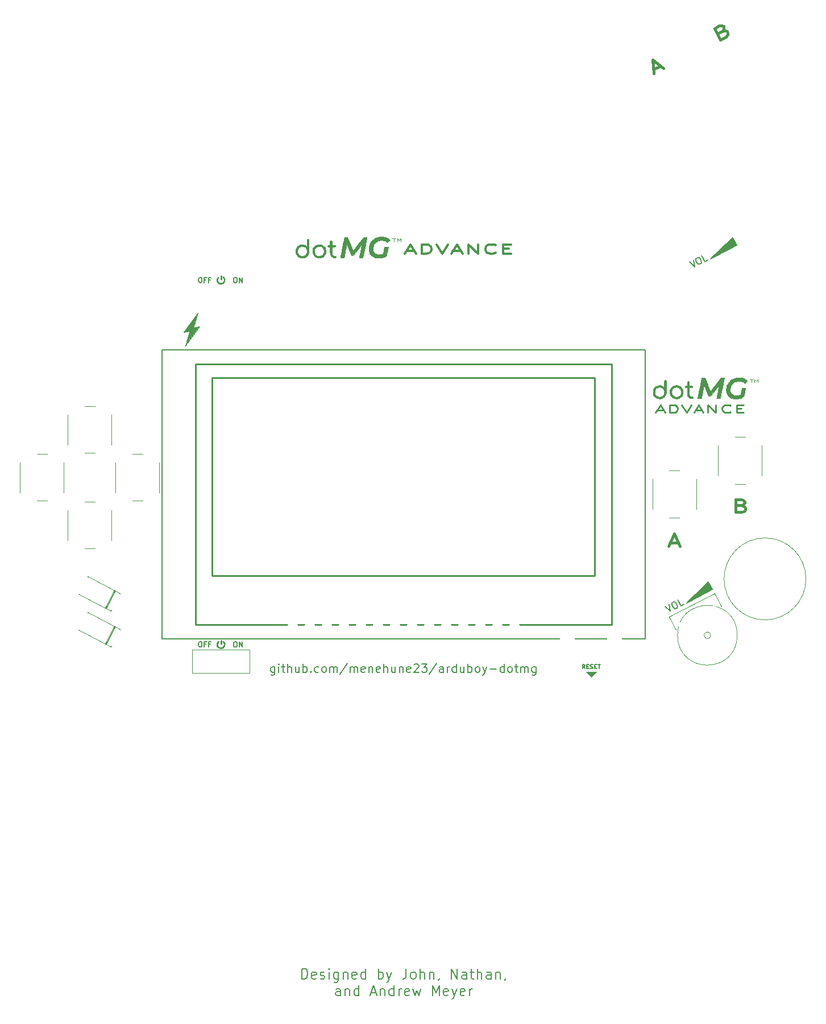
<source format=gbr>
G04 #@! TF.GenerationSoftware,KiCad,Pcbnew,(5.1.9-0-10_14)*
G04 #@! TF.CreationDate,2021-11-21T11:45:30-08:00*
G04 #@! TF.ProjectId,system_advance,73797374-656d-45f6-9164-76616e63652e,1.0-dev1*
G04 #@! TF.SameCoordinates,Original*
G04 #@! TF.FileFunction,Legend,Top*
G04 #@! TF.FilePolarity,Positive*
%FSLAX46Y46*%
G04 Gerber Fmt 4.6, Leading zero omitted, Abs format (unit mm)*
G04 Created by KiCad (PCBNEW (5.1.9-0-10_14)) date 2021-11-21 11:45:30*
%MOMM*%
%LPD*%
G01*
G04 APERTURE LIST*
%ADD10C,0.261938*%
%ADD11C,0.330200*%
%ADD12C,0.203200*%
%ADD13C,0.100000*%
%ADD14C,0.177800*%
%ADD15C,0.254000*%
%ADD16C,0.196850*%
%ADD17C,0.381000*%
%ADD18C,0.010000*%
%ADD19C,0.120000*%
%ADD20C,0.150000*%
%ADD21C,0.250000*%
%ADD22C,0.114300*%
%ADD23C,0.127000*%
%ADD24C,0.300000*%
%ADD25C,0.609600*%
%ADD26C,1.801600*%
%ADD27O,1.801600X1.801600*%
%ADD28C,3.851600*%
%ADD29C,1.851600*%
%ADD30C,1.625600*%
%ADD31C,5.501599*%
%ADD32C,2.101600*%
%ADD33C,1.401600*%
%ADD34C,1.701600*%
%ADD35O,1.701600X1.701600*%
%ADD36C,2.201600*%
G04 APERTURE END LIST*
D10*
X145709821Y-127192087D02*
X146707678Y-127192087D01*
X145510250Y-127521380D02*
X146208750Y-126368855D01*
X146907250Y-127521380D01*
X147605750Y-127521380D02*
X147605750Y-126368855D01*
X148104678Y-126368855D01*
X148404035Y-126423737D01*
X148603607Y-126533501D01*
X148703392Y-126643266D01*
X148803178Y-126862794D01*
X148803178Y-127027441D01*
X148703392Y-127246969D01*
X148603607Y-127356733D01*
X148404035Y-127466498D01*
X148104678Y-127521380D01*
X147605750Y-127521380D01*
X149401892Y-126368855D02*
X150100392Y-127521380D01*
X150798892Y-126368855D01*
X151397607Y-127192087D02*
X152395464Y-127192087D01*
X151198035Y-127521380D02*
X151896535Y-126368855D01*
X152595035Y-127521380D01*
X153293535Y-127521380D02*
X153293535Y-126368855D01*
X154490964Y-127521380D01*
X154490964Y-126368855D01*
X156686250Y-127411616D02*
X156586464Y-127466498D01*
X156287107Y-127521380D01*
X156087535Y-127521380D01*
X155788178Y-127466498D01*
X155588607Y-127356733D01*
X155488821Y-127246969D01*
X155389035Y-127027441D01*
X155389035Y-126862794D01*
X155488821Y-126643266D01*
X155588607Y-126533501D01*
X155788178Y-126423737D01*
X156087535Y-126368855D01*
X156287107Y-126368855D01*
X156586464Y-126423737D01*
X156686250Y-126478619D01*
X157584321Y-126917676D02*
X158282821Y-126917676D01*
X158582178Y-127521380D02*
X157584321Y-127521380D01*
X157584321Y-126368855D01*
X158582178Y-126368855D01*
D11*
X108394439Y-103483833D02*
X109603963Y-103483833D01*
X108152534Y-103882976D02*
X108999201Y-102485976D01*
X109845868Y-103882976D01*
X110692534Y-103882976D02*
X110692534Y-102485976D01*
X111297296Y-102485976D01*
X111660153Y-102552500D01*
X111902058Y-102685547D01*
X112023010Y-102818595D01*
X112143963Y-103084690D01*
X112143963Y-103284261D01*
X112023010Y-103550357D01*
X111902058Y-103683404D01*
X111660153Y-103816452D01*
X111297296Y-103882976D01*
X110692534Y-103882976D01*
X112869677Y-102485976D02*
X113716344Y-103882976D01*
X114563010Y-102485976D01*
X115288725Y-103483833D02*
X116498249Y-103483833D01*
X115046820Y-103882976D02*
X115893487Y-102485976D01*
X116740153Y-103882976D01*
X117586820Y-103882976D02*
X117586820Y-102485976D01*
X119038249Y-103882976D01*
X119038249Y-102485976D01*
X121699201Y-103749928D02*
X121578249Y-103816452D01*
X121215391Y-103882976D01*
X120973487Y-103882976D01*
X120610630Y-103816452D01*
X120368725Y-103683404D01*
X120247772Y-103550357D01*
X120126820Y-103284261D01*
X120126820Y-103084690D01*
X120247772Y-102818595D01*
X120368725Y-102685547D01*
X120610630Y-102552500D01*
X120973487Y-102485976D01*
X121215391Y-102485976D01*
X121578249Y-102552500D01*
X121699201Y-102619023D01*
X122787772Y-103151214D02*
X123634439Y-103151214D01*
X123997296Y-103882976D02*
X122787772Y-103882976D01*
X122787772Y-102485976D01*
X123997296Y-102485976D01*
D12*
X92818857Y-211788828D02*
X92818857Y-210264828D01*
X93181714Y-210264828D01*
X93399428Y-210337400D01*
X93544571Y-210482542D01*
X93617142Y-210627685D01*
X93689714Y-210917971D01*
X93689714Y-211135685D01*
X93617142Y-211425971D01*
X93544571Y-211571114D01*
X93399428Y-211716257D01*
X93181714Y-211788828D01*
X92818857Y-211788828D01*
X94923428Y-211716257D02*
X94778285Y-211788828D01*
X94488000Y-211788828D01*
X94342857Y-211716257D01*
X94270285Y-211571114D01*
X94270285Y-210990542D01*
X94342857Y-210845400D01*
X94488000Y-210772828D01*
X94778285Y-210772828D01*
X94923428Y-210845400D01*
X94996000Y-210990542D01*
X94996000Y-211135685D01*
X94270285Y-211280828D01*
X95576571Y-211716257D02*
X95721714Y-211788828D01*
X96012000Y-211788828D01*
X96157142Y-211716257D01*
X96229714Y-211571114D01*
X96229714Y-211498542D01*
X96157142Y-211353400D01*
X96012000Y-211280828D01*
X95794285Y-211280828D01*
X95649142Y-211208257D01*
X95576571Y-211063114D01*
X95576571Y-210990542D01*
X95649142Y-210845400D01*
X95794285Y-210772828D01*
X96012000Y-210772828D01*
X96157142Y-210845400D01*
X96882857Y-211788828D02*
X96882857Y-210772828D01*
X96882857Y-210264828D02*
X96810285Y-210337400D01*
X96882857Y-210409971D01*
X96955428Y-210337400D01*
X96882857Y-210264828D01*
X96882857Y-210409971D01*
X98261714Y-210772828D02*
X98261714Y-212006542D01*
X98189142Y-212151685D01*
X98116571Y-212224257D01*
X97971428Y-212296828D01*
X97753714Y-212296828D01*
X97608571Y-212224257D01*
X98261714Y-211716257D02*
X98116571Y-211788828D01*
X97826285Y-211788828D01*
X97681142Y-211716257D01*
X97608571Y-211643685D01*
X97536000Y-211498542D01*
X97536000Y-211063114D01*
X97608571Y-210917971D01*
X97681142Y-210845400D01*
X97826285Y-210772828D01*
X98116571Y-210772828D01*
X98261714Y-210845400D01*
X98987428Y-210772828D02*
X98987428Y-211788828D01*
X98987428Y-210917971D02*
X99060000Y-210845400D01*
X99205142Y-210772828D01*
X99422857Y-210772828D01*
X99568000Y-210845400D01*
X99640571Y-210990542D01*
X99640571Y-211788828D01*
X100946857Y-211716257D02*
X100801714Y-211788828D01*
X100511428Y-211788828D01*
X100366285Y-211716257D01*
X100293714Y-211571114D01*
X100293714Y-210990542D01*
X100366285Y-210845400D01*
X100511428Y-210772828D01*
X100801714Y-210772828D01*
X100946857Y-210845400D01*
X101019428Y-210990542D01*
X101019428Y-211135685D01*
X100293714Y-211280828D01*
X102325714Y-211788828D02*
X102325714Y-210264828D01*
X102325714Y-211716257D02*
X102180571Y-211788828D01*
X101890285Y-211788828D01*
X101745142Y-211716257D01*
X101672571Y-211643685D01*
X101600000Y-211498542D01*
X101600000Y-211063114D01*
X101672571Y-210917971D01*
X101745142Y-210845400D01*
X101890285Y-210772828D01*
X102180571Y-210772828D01*
X102325714Y-210845400D01*
X104212571Y-211788828D02*
X104212571Y-210264828D01*
X104212571Y-210845400D02*
X104357714Y-210772828D01*
X104648000Y-210772828D01*
X104793142Y-210845400D01*
X104865714Y-210917971D01*
X104938285Y-211063114D01*
X104938285Y-211498542D01*
X104865714Y-211643685D01*
X104793142Y-211716257D01*
X104648000Y-211788828D01*
X104357714Y-211788828D01*
X104212571Y-211716257D01*
X105446285Y-210772828D02*
X105809142Y-211788828D01*
X106172000Y-210772828D02*
X105809142Y-211788828D01*
X105664000Y-212151685D01*
X105591428Y-212224257D01*
X105446285Y-212296828D01*
X108349142Y-210264828D02*
X108349142Y-211353400D01*
X108276571Y-211571114D01*
X108131428Y-211716257D01*
X107913714Y-211788828D01*
X107768571Y-211788828D01*
X109292571Y-211788828D02*
X109147428Y-211716257D01*
X109074857Y-211643685D01*
X109002285Y-211498542D01*
X109002285Y-211063114D01*
X109074857Y-210917971D01*
X109147428Y-210845400D01*
X109292571Y-210772828D01*
X109510285Y-210772828D01*
X109655428Y-210845400D01*
X109728000Y-210917971D01*
X109800571Y-211063114D01*
X109800571Y-211498542D01*
X109728000Y-211643685D01*
X109655428Y-211716257D01*
X109510285Y-211788828D01*
X109292571Y-211788828D01*
X110453714Y-211788828D02*
X110453714Y-210264828D01*
X111106857Y-211788828D02*
X111106857Y-210990542D01*
X111034285Y-210845400D01*
X110889142Y-210772828D01*
X110671428Y-210772828D01*
X110526285Y-210845400D01*
X110453714Y-210917971D01*
X111832571Y-210772828D02*
X111832571Y-211788828D01*
X111832571Y-210917971D02*
X111905142Y-210845400D01*
X112050285Y-210772828D01*
X112268000Y-210772828D01*
X112413142Y-210845400D01*
X112485714Y-210990542D01*
X112485714Y-211788828D01*
X113284000Y-211716257D02*
X113284000Y-211788828D01*
X113211428Y-211933971D01*
X113138857Y-212006542D01*
X115098285Y-211788828D02*
X115098285Y-210264828D01*
X115969142Y-211788828D01*
X115969142Y-210264828D01*
X117348000Y-211788828D02*
X117348000Y-210990542D01*
X117275428Y-210845400D01*
X117130285Y-210772828D01*
X116840000Y-210772828D01*
X116694857Y-210845400D01*
X117348000Y-211716257D02*
X117202857Y-211788828D01*
X116840000Y-211788828D01*
X116694857Y-211716257D01*
X116622285Y-211571114D01*
X116622285Y-211425971D01*
X116694857Y-211280828D01*
X116840000Y-211208257D01*
X117202857Y-211208257D01*
X117348000Y-211135685D01*
X117856000Y-210772828D02*
X118436571Y-210772828D01*
X118073714Y-210264828D02*
X118073714Y-211571114D01*
X118146285Y-211716257D01*
X118291428Y-211788828D01*
X118436571Y-211788828D01*
X118944571Y-211788828D02*
X118944571Y-210264828D01*
X119597714Y-211788828D02*
X119597714Y-210990542D01*
X119525142Y-210845400D01*
X119380000Y-210772828D01*
X119162285Y-210772828D01*
X119017142Y-210845400D01*
X118944571Y-210917971D01*
X120976571Y-211788828D02*
X120976571Y-210990542D01*
X120904000Y-210845400D01*
X120758857Y-210772828D01*
X120468571Y-210772828D01*
X120323428Y-210845400D01*
X120976571Y-211716257D02*
X120831428Y-211788828D01*
X120468571Y-211788828D01*
X120323428Y-211716257D01*
X120250857Y-211571114D01*
X120250857Y-211425971D01*
X120323428Y-211280828D01*
X120468571Y-211208257D01*
X120831428Y-211208257D01*
X120976571Y-211135685D01*
X121702285Y-210772828D02*
X121702285Y-211788828D01*
X121702285Y-210917971D02*
X121774857Y-210845400D01*
X121920000Y-210772828D01*
X122137714Y-210772828D01*
X122282857Y-210845400D01*
X122355428Y-210990542D01*
X122355428Y-211788828D01*
X123153714Y-211716257D02*
X123153714Y-211788828D01*
X123081142Y-211933971D01*
X123008571Y-212006542D01*
X98552000Y-214278028D02*
X98552000Y-213479742D01*
X98479428Y-213334600D01*
X98334285Y-213262028D01*
X98044000Y-213262028D01*
X97898857Y-213334600D01*
X98552000Y-214205457D02*
X98406857Y-214278028D01*
X98044000Y-214278028D01*
X97898857Y-214205457D01*
X97826285Y-214060314D01*
X97826285Y-213915171D01*
X97898857Y-213770028D01*
X98044000Y-213697457D01*
X98406857Y-213697457D01*
X98552000Y-213624885D01*
X99277714Y-213262028D02*
X99277714Y-214278028D01*
X99277714Y-213407171D02*
X99350285Y-213334600D01*
X99495428Y-213262028D01*
X99713142Y-213262028D01*
X99858285Y-213334600D01*
X99930857Y-213479742D01*
X99930857Y-214278028D01*
X101309714Y-214278028D02*
X101309714Y-212754028D01*
X101309714Y-214205457D02*
X101164571Y-214278028D01*
X100874285Y-214278028D01*
X100729142Y-214205457D01*
X100656571Y-214132885D01*
X100584000Y-213987742D01*
X100584000Y-213552314D01*
X100656571Y-213407171D01*
X100729142Y-213334600D01*
X100874285Y-213262028D01*
X101164571Y-213262028D01*
X101309714Y-213334600D01*
X103124000Y-213842600D02*
X103849714Y-213842600D01*
X102978857Y-214278028D02*
X103486857Y-212754028D01*
X103994857Y-214278028D01*
X104502857Y-213262028D02*
X104502857Y-214278028D01*
X104502857Y-213407171D02*
X104575428Y-213334600D01*
X104720571Y-213262028D01*
X104938285Y-213262028D01*
X105083428Y-213334600D01*
X105156000Y-213479742D01*
X105156000Y-214278028D01*
X106534857Y-214278028D02*
X106534857Y-212754028D01*
X106534857Y-214205457D02*
X106389714Y-214278028D01*
X106099428Y-214278028D01*
X105954285Y-214205457D01*
X105881714Y-214132885D01*
X105809142Y-213987742D01*
X105809142Y-213552314D01*
X105881714Y-213407171D01*
X105954285Y-213334600D01*
X106099428Y-213262028D01*
X106389714Y-213262028D01*
X106534857Y-213334600D01*
X107260571Y-214278028D02*
X107260571Y-213262028D01*
X107260571Y-213552314D02*
X107333142Y-213407171D01*
X107405714Y-213334600D01*
X107550857Y-213262028D01*
X107696000Y-213262028D01*
X108784571Y-214205457D02*
X108639428Y-214278028D01*
X108349142Y-214278028D01*
X108204000Y-214205457D01*
X108131428Y-214060314D01*
X108131428Y-213479742D01*
X108204000Y-213334600D01*
X108349142Y-213262028D01*
X108639428Y-213262028D01*
X108784571Y-213334600D01*
X108857142Y-213479742D01*
X108857142Y-213624885D01*
X108131428Y-213770028D01*
X109365142Y-213262028D02*
X109655428Y-214278028D01*
X109945714Y-213552314D01*
X110236000Y-214278028D01*
X110526285Y-213262028D01*
X112268000Y-214278028D02*
X112268000Y-212754028D01*
X112776000Y-213842600D01*
X113284000Y-212754028D01*
X113284000Y-214278028D01*
X114590285Y-214205457D02*
X114445142Y-214278028D01*
X114154857Y-214278028D01*
X114009714Y-214205457D01*
X113937142Y-214060314D01*
X113937142Y-213479742D01*
X114009714Y-213334600D01*
X114154857Y-213262028D01*
X114445142Y-213262028D01*
X114590285Y-213334600D01*
X114662857Y-213479742D01*
X114662857Y-213624885D01*
X113937142Y-213770028D01*
X115170857Y-213262028D02*
X115533714Y-214278028D01*
X115896571Y-213262028D02*
X115533714Y-214278028D01*
X115388571Y-214640885D01*
X115316000Y-214713457D01*
X115170857Y-214786028D01*
X117057714Y-214205457D02*
X116912571Y-214278028D01*
X116622285Y-214278028D01*
X116477142Y-214205457D01*
X116404571Y-214060314D01*
X116404571Y-213479742D01*
X116477142Y-213334600D01*
X116622285Y-213262028D01*
X116912571Y-213262028D01*
X117057714Y-213334600D01*
X117130285Y-213479742D01*
X117130285Y-213624885D01*
X116404571Y-213770028D01*
X117783428Y-214278028D02*
X117783428Y-213262028D01*
X117783428Y-213552314D02*
X117856000Y-213407171D01*
X117928571Y-213334600D01*
X118073714Y-213262028D01*
X118218857Y-213262028D01*
D13*
G36*
X76581000Y-115316000D02*
G01*
X75184000Y-115570000D01*
X77343000Y-112649000D01*
X76581000Y-115316000D01*
G37*
X76581000Y-115316000D02*
X75184000Y-115570000D01*
X77343000Y-112649000D01*
X76581000Y-115316000D01*
G36*
X75438000Y-117602000D02*
G01*
X76200000Y-114935000D01*
X77597000Y-114681000D01*
X75438000Y-117602000D01*
G37*
X75438000Y-117602000D02*
X76200000Y-114935000D01*
X77597000Y-114681000D01*
X75438000Y-117602000D01*
D14*
X77633285Y-107398094D02*
X77778428Y-107398094D01*
X77851000Y-107434380D01*
X77923571Y-107506951D01*
X77959857Y-107652094D01*
X77959857Y-107906094D01*
X77923571Y-108051237D01*
X77851000Y-108123808D01*
X77778428Y-108160094D01*
X77633285Y-108160094D01*
X77560714Y-108123808D01*
X77488142Y-108051237D01*
X77451857Y-107906094D01*
X77451857Y-107652094D01*
X77488142Y-107506951D01*
X77560714Y-107434380D01*
X77633285Y-107398094D01*
X78540428Y-107760951D02*
X78286428Y-107760951D01*
X78286428Y-108160094D02*
X78286428Y-107398094D01*
X78649285Y-107398094D01*
X79193571Y-107760951D02*
X78939571Y-107760951D01*
X78939571Y-108160094D02*
X78939571Y-107398094D01*
X79302428Y-107398094D01*
X82840285Y-107405714D02*
X82985428Y-107405714D01*
X83058000Y-107442000D01*
X83130571Y-107514571D01*
X83166857Y-107659714D01*
X83166857Y-107913714D01*
X83130571Y-108058857D01*
X83058000Y-108131428D01*
X82985428Y-108167714D01*
X82840285Y-108167714D01*
X82767714Y-108131428D01*
X82695142Y-108058857D01*
X82658857Y-107913714D01*
X82658857Y-107659714D01*
X82695142Y-107514571D01*
X82767714Y-107442000D01*
X82840285Y-107405714D01*
X83493428Y-108167714D02*
X83493428Y-107405714D01*
X83928857Y-108167714D01*
X83928857Y-107405714D01*
D15*
X80772000Y-107213400D02*
X80772000Y-107696000D01*
X80378096Y-107429096D02*
G75*
G03*
X81153000Y-107416600I393904J-393904D01*
G01*
D16*
X88779047Y-165335857D02*
X88779047Y-166363952D01*
X88718571Y-166484904D01*
X88658095Y-166545380D01*
X88537142Y-166605857D01*
X88355714Y-166605857D01*
X88234761Y-166545380D01*
X88779047Y-166122047D02*
X88658095Y-166182523D01*
X88416190Y-166182523D01*
X88295238Y-166122047D01*
X88234761Y-166061571D01*
X88174285Y-165940619D01*
X88174285Y-165577761D01*
X88234761Y-165456809D01*
X88295238Y-165396333D01*
X88416190Y-165335857D01*
X88658095Y-165335857D01*
X88779047Y-165396333D01*
X89383809Y-166182523D02*
X89383809Y-165335857D01*
X89383809Y-164912523D02*
X89323333Y-164973000D01*
X89383809Y-165033476D01*
X89444285Y-164973000D01*
X89383809Y-164912523D01*
X89383809Y-165033476D01*
X89807142Y-165335857D02*
X90290952Y-165335857D01*
X89988571Y-164912523D02*
X89988571Y-166001095D01*
X90049047Y-166122047D01*
X90170000Y-166182523D01*
X90290952Y-166182523D01*
X90714285Y-166182523D02*
X90714285Y-164912523D01*
X91258571Y-166182523D02*
X91258571Y-165517285D01*
X91198095Y-165396333D01*
X91077142Y-165335857D01*
X90895714Y-165335857D01*
X90774761Y-165396333D01*
X90714285Y-165456809D01*
X92407619Y-165335857D02*
X92407619Y-166182523D01*
X91863333Y-165335857D02*
X91863333Y-166001095D01*
X91923809Y-166122047D01*
X92044761Y-166182523D01*
X92226190Y-166182523D01*
X92347142Y-166122047D01*
X92407619Y-166061571D01*
X93012380Y-166182523D02*
X93012380Y-164912523D01*
X93012380Y-165396333D02*
X93133333Y-165335857D01*
X93375238Y-165335857D01*
X93496190Y-165396333D01*
X93556666Y-165456809D01*
X93617142Y-165577761D01*
X93617142Y-165940619D01*
X93556666Y-166061571D01*
X93496190Y-166122047D01*
X93375238Y-166182523D01*
X93133333Y-166182523D01*
X93012380Y-166122047D01*
X94161428Y-166061571D02*
X94221904Y-166122047D01*
X94161428Y-166182523D01*
X94100952Y-166122047D01*
X94161428Y-166061571D01*
X94161428Y-166182523D01*
X95310476Y-166122047D02*
X95189523Y-166182523D01*
X94947619Y-166182523D01*
X94826666Y-166122047D01*
X94766190Y-166061571D01*
X94705714Y-165940619D01*
X94705714Y-165577761D01*
X94766190Y-165456809D01*
X94826666Y-165396333D01*
X94947619Y-165335857D01*
X95189523Y-165335857D01*
X95310476Y-165396333D01*
X96036190Y-166182523D02*
X95915238Y-166122047D01*
X95854761Y-166061571D01*
X95794285Y-165940619D01*
X95794285Y-165577761D01*
X95854761Y-165456809D01*
X95915238Y-165396333D01*
X96036190Y-165335857D01*
X96217619Y-165335857D01*
X96338571Y-165396333D01*
X96399047Y-165456809D01*
X96459523Y-165577761D01*
X96459523Y-165940619D01*
X96399047Y-166061571D01*
X96338571Y-166122047D01*
X96217619Y-166182523D01*
X96036190Y-166182523D01*
X97003809Y-166182523D02*
X97003809Y-165335857D01*
X97003809Y-165456809D02*
X97064285Y-165396333D01*
X97185238Y-165335857D01*
X97366666Y-165335857D01*
X97487619Y-165396333D01*
X97548095Y-165517285D01*
X97548095Y-166182523D01*
X97548095Y-165517285D02*
X97608571Y-165396333D01*
X97729523Y-165335857D01*
X97910952Y-165335857D01*
X98031904Y-165396333D01*
X98092380Y-165517285D01*
X98092380Y-166182523D01*
X99604285Y-164852047D02*
X98515714Y-166484904D01*
X100027619Y-166182523D02*
X100027619Y-165335857D01*
X100027619Y-165456809D02*
X100088095Y-165396333D01*
X100209047Y-165335857D01*
X100390476Y-165335857D01*
X100511428Y-165396333D01*
X100571904Y-165517285D01*
X100571904Y-166182523D01*
X100571904Y-165517285D02*
X100632380Y-165396333D01*
X100753333Y-165335857D01*
X100934761Y-165335857D01*
X101055714Y-165396333D01*
X101116190Y-165517285D01*
X101116190Y-166182523D01*
X102204761Y-166122047D02*
X102083809Y-166182523D01*
X101841904Y-166182523D01*
X101720952Y-166122047D01*
X101660476Y-166001095D01*
X101660476Y-165517285D01*
X101720952Y-165396333D01*
X101841904Y-165335857D01*
X102083809Y-165335857D01*
X102204761Y-165396333D01*
X102265238Y-165517285D01*
X102265238Y-165638238D01*
X101660476Y-165759190D01*
X102809523Y-165335857D02*
X102809523Y-166182523D01*
X102809523Y-165456809D02*
X102870000Y-165396333D01*
X102990952Y-165335857D01*
X103172380Y-165335857D01*
X103293333Y-165396333D01*
X103353809Y-165517285D01*
X103353809Y-166182523D01*
X104442380Y-166122047D02*
X104321428Y-166182523D01*
X104079523Y-166182523D01*
X103958571Y-166122047D01*
X103898095Y-166001095D01*
X103898095Y-165517285D01*
X103958571Y-165396333D01*
X104079523Y-165335857D01*
X104321428Y-165335857D01*
X104442380Y-165396333D01*
X104502857Y-165517285D01*
X104502857Y-165638238D01*
X103898095Y-165759190D01*
X105047142Y-166182523D02*
X105047142Y-164912523D01*
X105591428Y-166182523D02*
X105591428Y-165517285D01*
X105530952Y-165396333D01*
X105410000Y-165335857D01*
X105228571Y-165335857D01*
X105107619Y-165396333D01*
X105047142Y-165456809D01*
X106740476Y-165335857D02*
X106740476Y-166182523D01*
X106196190Y-165335857D02*
X106196190Y-166001095D01*
X106256666Y-166122047D01*
X106377619Y-166182523D01*
X106559047Y-166182523D01*
X106680000Y-166122047D01*
X106740476Y-166061571D01*
X107345238Y-165335857D02*
X107345238Y-166182523D01*
X107345238Y-165456809D02*
X107405714Y-165396333D01*
X107526666Y-165335857D01*
X107708095Y-165335857D01*
X107829047Y-165396333D01*
X107889523Y-165517285D01*
X107889523Y-166182523D01*
X108978095Y-166122047D02*
X108857142Y-166182523D01*
X108615238Y-166182523D01*
X108494285Y-166122047D01*
X108433809Y-166001095D01*
X108433809Y-165517285D01*
X108494285Y-165396333D01*
X108615238Y-165335857D01*
X108857142Y-165335857D01*
X108978095Y-165396333D01*
X109038571Y-165517285D01*
X109038571Y-165638238D01*
X108433809Y-165759190D01*
X109522380Y-165033476D02*
X109582857Y-164973000D01*
X109703809Y-164912523D01*
X110006190Y-164912523D01*
X110127142Y-164973000D01*
X110187619Y-165033476D01*
X110248095Y-165154428D01*
X110248095Y-165275380D01*
X110187619Y-165456809D01*
X109461904Y-166182523D01*
X110248095Y-166182523D01*
X110671428Y-164912523D02*
X111457619Y-164912523D01*
X111034285Y-165396333D01*
X111215714Y-165396333D01*
X111336666Y-165456809D01*
X111397142Y-165517285D01*
X111457619Y-165638238D01*
X111457619Y-165940619D01*
X111397142Y-166061571D01*
X111336666Y-166122047D01*
X111215714Y-166182523D01*
X110852857Y-166182523D01*
X110731904Y-166122047D01*
X110671428Y-166061571D01*
X112909047Y-164852047D02*
X111820476Y-166484904D01*
X113876666Y-166182523D02*
X113876666Y-165517285D01*
X113816190Y-165396333D01*
X113695238Y-165335857D01*
X113453333Y-165335857D01*
X113332380Y-165396333D01*
X113876666Y-166122047D02*
X113755714Y-166182523D01*
X113453333Y-166182523D01*
X113332380Y-166122047D01*
X113271904Y-166001095D01*
X113271904Y-165880142D01*
X113332380Y-165759190D01*
X113453333Y-165698714D01*
X113755714Y-165698714D01*
X113876666Y-165638238D01*
X114481428Y-166182523D02*
X114481428Y-165335857D01*
X114481428Y-165577761D02*
X114541904Y-165456809D01*
X114602380Y-165396333D01*
X114723333Y-165335857D01*
X114844285Y-165335857D01*
X115811904Y-166182523D02*
X115811904Y-164912523D01*
X115811904Y-166122047D02*
X115690952Y-166182523D01*
X115449047Y-166182523D01*
X115328095Y-166122047D01*
X115267619Y-166061571D01*
X115207142Y-165940619D01*
X115207142Y-165577761D01*
X115267619Y-165456809D01*
X115328095Y-165396333D01*
X115449047Y-165335857D01*
X115690952Y-165335857D01*
X115811904Y-165396333D01*
X116960952Y-165335857D02*
X116960952Y-166182523D01*
X116416666Y-165335857D02*
X116416666Y-166001095D01*
X116477142Y-166122047D01*
X116598095Y-166182523D01*
X116779523Y-166182523D01*
X116900476Y-166122047D01*
X116960952Y-166061571D01*
X117565714Y-166182523D02*
X117565714Y-164912523D01*
X117565714Y-165396333D02*
X117686666Y-165335857D01*
X117928571Y-165335857D01*
X118049523Y-165396333D01*
X118110000Y-165456809D01*
X118170476Y-165577761D01*
X118170476Y-165940619D01*
X118110000Y-166061571D01*
X118049523Y-166122047D01*
X117928571Y-166182523D01*
X117686666Y-166182523D01*
X117565714Y-166122047D01*
X118896190Y-166182523D02*
X118775238Y-166122047D01*
X118714761Y-166061571D01*
X118654285Y-165940619D01*
X118654285Y-165577761D01*
X118714761Y-165456809D01*
X118775238Y-165396333D01*
X118896190Y-165335857D01*
X119077619Y-165335857D01*
X119198571Y-165396333D01*
X119259047Y-165456809D01*
X119319523Y-165577761D01*
X119319523Y-165940619D01*
X119259047Y-166061571D01*
X119198571Y-166122047D01*
X119077619Y-166182523D01*
X118896190Y-166182523D01*
X119742857Y-165335857D02*
X120045238Y-166182523D01*
X120347619Y-165335857D02*
X120045238Y-166182523D01*
X119924285Y-166484904D01*
X119863809Y-166545380D01*
X119742857Y-166605857D01*
X120831428Y-165698714D02*
X121799047Y-165698714D01*
X122948095Y-166182523D02*
X122948095Y-164912523D01*
X122948095Y-166122047D02*
X122827142Y-166182523D01*
X122585238Y-166182523D01*
X122464285Y-166122047D01*
X122403809Y-166061571D01*
X122343333Y-165940619D01*
X122343333Y-165577761D01*
X122403809Y-165456809D01*
X122464285Y-165396333D01*
X122585238Y-165335857D01*
X122827142Y-165335857D01*
X122948095Y-165396333D01*
X123734285Y-166182523D02*
X123613333Y-166122047D01*
X123552857Y-166061571D01*
X123492380Y-165940619D01*
X123492380Y-165577761D01*
X123552857Y-165456809D01*
X123613333Y-165396333D01*
X123734285Y-165335857D01*
X123915714Y-165335857D01*
X124036666Y-165396333D01*
X124097142Y-165456809D01*
X124157619Y-165577761D01*
X124157619Y-165940619D01*
X124097142Y-166061571D01*
X124036666Y-166122047D01*
X123915714Y-166182523D01*
X123734285Y-166182523D01*
X124520476Y-165335857D02*
X125004285Y-165335857D01*
X124701904Y-164912523D02*
X124701904Y-166001095D01*
X124762380Y-166122047D01*
X124883333Y-166182523D01*
X125004285Y-166182523D01*
X125427619Y-166182523D02*
X125427619Y-165335857D01*
X125427619Y-165456809D02*
X125488095Y-165396333D01*
X125609047Y-165335857D01*
X125790476Y-165335857D01*
X125911428Y-165396333D01*
X125971904Y-165517285D01*
X125971904Y-166182523D01*
X125971904Y-165517285D02*
X126032380Y-165396333D01*
X126153333Y-165335857D01*
X126334761Y-165335857D01*
X126455714Y-165396333D01*
X126516190Y-165517285D01*
X126516190Y-166182523D01*
X127665238Y-165335857D02*
X127665238Y-166363952D01*
X127604761Y-166484904D01*
X127544285Y-166545380D01*
X127423333Y-166605857D01*
X127241904Y-166605857D01*
X127120952Y-166545380D01*
X127665238Y-166122047D02*
X127544285Y-166182523D01*
X127302380Y-166182523D01*
X127181428Y-166122047D01*
X127120952Y-166061571D01*
X127060476Y-165940619D01*
X127060476Y-165577761D01*
X127120952Y-165456809D01*
X127181428Y-165396333D01*
X127302380Y-165335857D01*
X127544285Y-165335857D01*
X127665238Y-165396333D01*
D15*
X80378096Y-161658096D02*
G75*
G03*
X81153000Y-161645600I393904J-393904D01*
G01*
X80772000Y-161442400D02*
X80772000Y-161925000D01*
D17*
X158260428Y-141341928D02*
X158623285Y-141432642D01*
X158744238Y-141523357D01*
X158865190Y-141704785D01*
X158865190Y-141976928D01*
X158744238Y-142158357D01*
X158623285Y-142249071D01*
X158381380Y-142339785D01*
X157413761Y-142339785D01*
X157413761Y-140434785D01*
X158260428Y-140434785D01*
X158502333Y-140525500D01*
X158623285Y-140616214D01*
X158744238Y-140797642D01*
X158744238Y-140979071D01*
X158623285Y-141160500D01*
X158502333Y-141251214D01*
X158260428Y-141341928D01*
X157413761Y-141341928D01*
X147695238Y-146875500D02*
X148904761Y-146875500D01*
X147453333Y-147419785D02*
X148300000Y-145514785D01*
X149146666Y-147419785D01*
D14*
X82840285Y-161634714D02*
X82985428Y-161634714D01*
X83058000Y-161671000D01*
X83130571Y-161743571D01*
X83166857Y-161888714D01*
X83166857Y-162142714D01*
X83130571Y-162287857D01*
X83058000Y-162360428D01*
X82985428Y-162396714D01*
X82840285Y-162396714D01*
X82767714Y-162360428D01*
X82695142Y-162287857D01*
X82658857Y-162142714D01*
X82658857Y-161888714D01*
X82695142Y-161743571D01*
X82767714Y-161671000D01*
X82840285Y-161634714D01*
X83493428Y-162396714D02*
X83493428Y-161634714D01*
X83928857Y-162396714D01*
X83928857Y-161634714D01*
D13*
G36*
X135890000Y-166878000D02*
G01*
X135128000Y-166116000D01*
X136652000Y-166116000D01*
X135890000Y-166878000D01*
G37*
X135890000Y-166878000D02*
X135128000Y-166116000D01*
X136652000Y-166116000D01*
X135890000Y-166878000D01*
D14*
X77633285Y-161627094D02*
X77778428Y-161627094D01*
X77851000Y-161663380D01*
X77923571Y-161735951D01*
X77959857Y-161881094D01*
X77959857Y-162135094D01*
X77923571Y-162280237D01*
X77851000Y-162352808D01*
X77778428Y-162389094D01*
X77633285Y-162389094D01*
X77560714Y-162352808D01*
X77488142Y-162280237D01*
X77451857Y-162135094D01*
X77451857Y-161881094D01*
X77488142Y-161735951D01*
X77560714Y-161663380D01*
X77633285Y-161627094D01*
X78540428Y-161989951D02*
X78286428Y-161989951D01*
X78286428Y-162389094D02*
X78286428Y-161627094D01*
X78649285Y-161627094D01*
X79193571Y-161989951D02*
X78939571Y-161989951D01*
X78939571Y-162389094D02*
X78939571Y-161627094D01*
X79302428Y-161627094D01*
D18*
G36*
X152522988Y-122353786D02*
G01*
X152597163Y-122354686D01*
X152597709Y-122354695D01*
X152833518Y-122358150D01*
X153235469Y-123371113D01*
X153296035Y-123523458D01*
X153354032Y-123668779D01*
X153408768Y-123805376D01*
X153459551Y-123931547D01*
X153505689Y-124045590D01*
X153546489Y-124145808D01*
X153581262Y-124230498D01*
X153609316Y-124297961D01*
X153629956Y-124346494D01*
X153642494Y-124374400D01*
X153646180Y-124380763D01*
X153655040Y-124370493D01*
X153678438Y-124341514D01*
X153715319Y-124295171D01*
X153764628Y-124232808D01*
X153825311Y-124155766D01*
X153896312Y-124065391D01*
X153976578Y-123963025D01*
X154065053Y-123850011D01*
X154160684Y-123727693D01*
X154262415Y-123597414D01*
X154369191Y-123460517D01*
X154441443Y-123367799D01*
X155227946Y-122358150D01*
X155479136Y-122354701D01*
X155567841Y-122353800D01*
X155633841Y-122353960D01*
X155679814Y-122355320D01*
X155708437Y-122358019D01*
X155722390Y-122362194D01*
X155724591Y-122367401D01*
X155721423Y-122381679D01*
X155713598Y-122419336D01*
X155701425Y-122478843D01*
X155685212Y-122558669D01*
X155665267Y-122657283D01*
X155641898Y-122773154D01*
X155615413Y-122904753D01*
X155586121Y-123050549D01*
X155554329Y-123209011D01*
X155520345Y-123378609D01*
X155484478Y-123557813D01*
X155447035Y-123745091D01*
X155415220Y-123904375D01*
X155111585Y-125425200D01*
X154841643Y-125425200D01*
X154761946Y-125424773D01*
X154691596Y-125423581D01*
X154634275Y-125421753D01*
X154593668Y-125419419D01*
X154573460Y-125416709D01*
X154571889Y-125415675D01*
X154574335Y-125402013D01*
X154581365Y-125365339D01*
X154592606Y-125307555D01*
X154607680Y-125230559D01*
X154626217Y-125136253D01*
X154647840Y-125026538D01*
X154672177Y-124903312D01*
X154698852Y-124768475D01*
X154727491Y-124623929D01*
X154757721Y-124471574D01*
X154767586Y-124421900D01*
X154798174Y-124267646D01*
X154827207Y-124120724D01*
X154854317Y-123983022D01*
X154879139Y-123856421D01*
X154901306Y-123742808D01*
X154920452Y-123644068D01*
X154936210Y-123562085D01*
X154948214Y-123498743D01*
X154956099Y-123455928D01*
X154959497Y-123435526D01*
X154959575Y-123434035D01*
X154951367Y-123443207D01*
X154928623Y-123470877D01*
X154892511Y-123515580D01*
X154844198Y-123575850D01*
X154784851Y-123650221D01*
X154715636Y-123737226D01*
X154637722Y-123835400D01*
X154552275Y-123943275D01*
X154460461Y-124059387D01*
X154363448Y-124182269D01*
X154309852Y-124250237D01*
X153663650Y-125070054D01*
X153530978Y-125066652D01*
X153398305Y-125063249D01*
X153054728Y-124229079D01*
X152997971Y-124091652D01*
X152943930Y-123961524D01*
X152893389Y-123840536D01*
X152847131Y-123730533D01*
X152805941Y-123633356D01*
X152770602Y-123550848D01*
X152741898Y-123484850D01*
X152720614Y-123437207D01*
X152707534Y-123409759D01*
X152703503Y-123403578D01*
X152700029Y-123416949D01*
X152692016Y-123453361D01*
X152679841Y-123510941D01*
X152663884Y-123587810D01*
X152644522Y-123682093D01*
X152622133Y-123791912D01*
X152597096Y-123915391D01*
X152569787Y-124050654D01*
X152540586Y-124195824D01*
X152509869Y-124349025D01*
X152478017Y-124508380D01*
X152445405Y-124672011D01*
X152412412Y-124838044D01*
X152379417Y-125004601D01*
X152346797Y-125169806D01*
X152314931Y-125331782D01*
X152309682Y-125358525D01*
X152296599Y-125425200D01*
X152024450Y-125425200D01*
X151944398Y-125424770D01*
X151873663Y-125423568D01*
X151815918Y-125421724D01*
X151774835Y-125419369D01*
X151754089Y-125416633D01*
X151752300Y-125415525D01*
X151754745Y-125402082D01*
X151761875Y-125365255D01*
X151773391Y-125306562D01*
X151788990Y-125227524D01*
X151808370Y-125129660D01*
X151831227Y-125014491D01*
X151857261Y-124883536D01*
X151886168Y-124738316D01*
X151917649Y-124580351D01*
X151951398Y-124411159D01*
X151987116Y-124232261D01*
X152024499Y-124045179D01*
X152057101Y-123882150D01*
X152095637Y-123689473D01*
X152132765Y-123503788D01*
X152168181Y-123326605D01*
X152201585Y-123159437D01*
X152232673Y-123003795D01*
X152261146Y-122861193D01*
X152286699Y-122733140D01*
X152309033Y-122621150D01*
X152327846Y-122526735D01*
X152342835Y-122451407D01*
X152353698Y-122396676D01*
X152360135Y-122364056D01*
X152361901Y-122354844D01*
X152373941Y-122353886D01*
X152407433Y-122353388D01*
X152458430Y-122353354D01*
X152522988Y-122353786D01*
G37*
X152522988Y-122353786D02*
X152597163Y-122354686D01*
X152597709Y-122354695D01*
X152833518Y-122358150D01*
X153235469Y-123371113D01*
X153296035Y-123523458D01*
X153354032Y-123668779D01*
X153408768Y-123805376D01*
X153459551Y-123931547D01*
X153505689Y-124045590D01*
X153546489Y-124145808D01*
X153581262Y-124230498D01*
X153609316Y-124297961D01*
X153629956Y-124346494D01*
X153642494Y-124374400D01*
X153646180Y-124380763D01*
X153655040Y-124370493D01*
X153678438Y-124341514D01*
X153715319Y-124295171D01*
X153764628Y-124232808D01*
X153825311Y-124155766D01*
X153896312Y-124065391D01*
X153976578Y-123963025D01*
X154065053Y-123850011D01*
X154160684Y-123727693D01*
X154262415Y-123597414D01*
X154369191Y-123460517D01*
X154441443Y-123367799D01*
X155227946Y-122358150D01*
X155479136Y-122354701D01*
X155567841Y-122353800D01*
X155633841Y-122353960D01*
X155679814Y-122355320D01*
X155708437Y-122358019D01*
X155722390Y-122362194D01*
X155724591Y-122367401D01*
X155721423Y-122381679D01*
X155713598Y-122419336D01*
X155701425Y-122478843D01*
X155685212Y-122558669D01*
X155665267Y-122657283D01*
X155641898Y-122773154D01*
X155615413Y-122904753D01*
X155586121Y-123050549D01*
X155554329Y-123209011D01*
X155520345Y-123378609D01*
X155484478Y-123557813D01*
X155447035Y-123745091D01*
X155415220Y-123904375D01*
X155111585Y-125425200D01*
X154841643Y-125425200D01*
X154761946Y-125424773D01*
X154691596Y-125423581D01*
X154634275Y-125421753D01*
X154593668Y-125419419D01*
X154573460Y-125416709D01*
X154571889Y-125415675D01*
X154574335Y-125402013D01*
X154581365Y-125365339D01*
X154592606Y-125307555D01*
X154607680Y-125230559D01*
X154626217Y-125136253D01*
X154647840Y-125026538D01*
X154672177Y-124903312D01*
X154698852Y-124768475D01*
X154727491Y-124623929D01*
X154757721Y-124471574D01*
X154767586Y-124421900D01*
X154798174Y-124267646D01*
X154827207Y-124120724D01*
X154854317Y-123983022D01*
X154879139Y-123856421D01*
X154901306Y-123742808D01*
X154920452Y-123644068D01*
X154936210Y-123562085D01*
X154948214Y-123498743D01*
X154956099Y-123455928D01*
X154959497Y-123435526D01*
X154959575Y-123434035D01*
X154951367Y-123443207D01*
X154928623Y-123470877D01*
X154892511Y-123515580D01*
X154844198Y-123575850D01*
X154784851Y-123650221D01*
X154715636Y-123737226D01*
X154637722Y-123835400D01*
X154552275Y-123943275D01*
X154460461Y-124059387D01*
X154363448Y-124182269D01*
X154309852Y-124250237D01*
X153663650Y-125070054D01*
X153530978Y-125066652D01*
X153398305Y-125063249D01*
X153054728Y-124229079D01*
X152997971Y-124091652D01*
X152943930Y-123961524D01*
X152893389Y-123840536D01*
X152847131Y-123730533D01*
X152805941Y-123633356D01*
X152770602Y-123550848D01*
X152741898Y-123484850D01*
X152720614Y-123437207D01*
X152707534Y-123409759D01*
X152703503Y-123403578D01*
X152700029Y-123416949D01*
X152692016Y-123453361D01*
X152679841Y-123510941D01*
X152663884Y-123587810D01*
X152644522Y-123682093D01*
X152622133Y-123791912D01*
X152597096Y-123915391D01*
X152569787Y-124050654D01*
X152540586Y-124195824D01*
X152509869Y-124349025D01*
X152478017Y-124508380D01*
X152445405Y-124672011D01*
X152412412Y-124838044D01*
X152379417Y-125004601D01*
X152346797Y-125169806D01*
X152314931Y-125331782D01*
X152309682Y-125358525D01*
X152296599Y-125425200D01*
X152024450Y-125425200D01*
X151944398Y-125424770D01*
X151873663Y-125423568D01*
X151815918Y-125421724D01*
X151774835Y-125419369D01*
X151754089Y-125416633D01*
X151752300Y-125415525D01*
X151754745Y-125402082D01*
X151761875Y-125365255D01*
X151773391Y-125306562D01*
X151788990Y-125227524D01*
X151808370Y-125129660D01*
X151831227Y-125014491D01*
X151857261Y-124883536D01*
X151886168Y-124738316D01*
X151917649Y-124580351D01*
X151951398Y-124411159D01*
X151987116Y-124232261D01*
X152024499Y-124045179D01*
X152057101Y-123882150D01*
X152095637Y-123689473D01*
X152132765Y-123503788D01*
X152168181Y-123326605D01*
X152201585Y-123159437D01*
X152232673Y-123003795D01*
X152261146Y-122861193D01*
X152286699Y-122733140D01*
X152309033Y-122621150D01*
X152327846Y-122526735D01*
X152342835Y-122451407D01*
X152353698Y-122396676D01*
X152360135Y-122364056D01*
X152361901Y-122354844D01*
X152373941Y-122353886D01*
X152407433Y-122353388D01*
X152458430Y-122353354D01*
X152522988Y-122353786D01*
G36*
X150397223Y-122871518D02*
G01*
X150441859Y-122894825D01*
X150470160Y-122927166D01*
X150478194Y-122942203D01*
X150484286Y-122959838D01*
X150488702Y-122983604D01*
X150491708Y-123017029D01*
X150493568Y-123063644D01*
X150494549Y-123126977D01*
X150494917Y-123210560D01*
X150494953Y-123256675D01*
X150495001Y-123545600D01*
X150698609Y-123545600D01*
X150797868Y-123546908D01*
X150874566Y-123551585D01*
X150931442Y-123560761D01*
X150971236Y-123575567D01*
X150996687Y-123597131D01*
X151010535Y-123626584D01*
X151015518Y-123665057D01*
X151015700Y-123676383D01*
X151005021Y-123723053D01*
X150982219Y-123753418D01*
X150948736Y-123786900D01*
X150495001Y-123786900D01*
X150495001Y-124281575D01*
X150495197Y-124420568D01*
X150495934Y-124536740D01*
X150497431Y-124632667D01*
X150499909Y-124710926D01*
X150503588Y-124774094D01*
X150508689Y-124824746D01*
X150515431Y-124865460D01*
X150524035Y-124898813D01*
X150534721Y-124927379D01*
X150547709Y-124953738D01*
X150553322Y-124963759D01*
X150610447Y-125039124D01*
X150683366Y-125095086D01*
X150770537Y-125130811D01*
X150870426Y-125145464D01*
X150889067Y-125145800D01*
X150939736Y-125147870D01*
X150985881Y-125153251D01*
X151012968Y-125159450D01*
X151057008Y-125186420D01*
X151084701Y-125226916D01*
X151095836Y-125274847D01*
X151090202Y-125324126D01*
X151067589Y-125368663D01*
X151027788Y-125402367D01*
X151021468Y-125405575D01*
X150979744Y-125417264D01*
X150921004Y-125423264D01*
X150852979Y-125423591D01*
X150783403Y-125418259D01*
X150720009Y-125407282D01*
X150710900Y-125404988D01*
X150590331Y-125360421D01*
X150483545Y-125295111D01*
X150392032Y-125210534D01*
X150317277Y-125108173D01*
X150260769Y-124989506D01*
X150244536Y-124940937D01*
X150239375Y-124920017D01*
X150235031Y-124893174D01*
X150231404Y-124857985D01*
X150228390Y-124812030D01*
X150225890Y-124752885D01*
X150223801Y-124678128D01*
X150222022Y-124585337D01*
X150220452Y-124472090D01*
X150218989Y-124335966D01*
X150218929Y-124329825D01*
X150213684Y-123786900D01*
X150080457Y-123786900D01*
X150022270Y-123785630D01*
X149971553Y-123782205D01*
X149934989Y-123777201D01*
X149921590Y-123773177D01*
X149893472Y-123745815D01*
X149874249Y-123704316D01*
X149868054Y-123659496D01*
X149870812Y-123640387D01*
X149885961Y-123604750D01*
X149911804Y-123579239D01*
X149952015Y-123562248D01*
X150010273Y-123552170D01*
X150083140Y-123547619D01*
X150215600Y-123543288D01*
X150216317Y-123268218D01*
X150217395Y-123158496D01*
X150219961Y-123069735D01*
X150223952Y-123003211D01*
X150229305Y-122960196D01*
X150232192Y-122948700D01*
X150258823Y-122904982D01*
X150299404Y-122877166D01*
X150347638Y-122865821D01*
X150397223Y-122871518D01*
G37*
X150397223Y-122871518D02*
X150441859Y-122894825D01*
X150470160Y-122927166D01*
X150478194Y-122942203D01*
X150484286Y-122959838D01*
X150488702Y-122983604D01*
X150491708Y-123017029D01*
X150493568Y-123063644D01*
X150494549Y-123126977D01*
X150494917Y-123210560D01*
X150494953Y-123256675D01*
X150495001Y-123545600D01*
X150698609Y-123545600D01*
X150797868Y-123546908D01*
X150874566Y-123551585D01*
X150931442Y-123560761D01*
X150971236Y-123575567D01*
X150996687Y-123597131D01*
X151010535Y-123626584D01*
X151015518Y-123665057D01*
X151015700Y-123676383D01*
X151005021Y-123723053D01*
X150982219Y-123753418D01*
X150948736Y-123786900D01*
X150495001Y-123786900D01*
X150495001Y-124281575D01*
X150495197Y-124420568D01*
X150495934Y-124536740D01*
X150497431Y-124632667D01*
X150499909Y-124710926D01*
X150503588Y-124774094D01*
X150508689Y-124824746D01*
X150515431Y-124865460D01*
X150524035Y-124898813D01*
X150534721Y-124927379D01*
X150547709Y-124953738D01*
X150553322Y-124963759D01*
X150610447Y-125039124D01*
X150683366Y-125095086D01*
X150770537Y-125130811D01*
X150870426Y-125145464D01*
X150889067Y-125145800D01*
X150939736Y-125147870D01*
X150985881Y-125153251D01*
X151012968Y-125159450D01*
X151057008Y-125186420D01*
X151084701Y-125226916D01*
X151095836Y-125274847D01*
X151090202Y-125324126D01*
X151067589Y-125368663D01*
X151027788Y-125402367D01*
X151021468Y-125405575D01*
X150979744Y-125417264D01*
X150921004Y-125423264D01*
X150852979Y-125423591D01*
X150783403Y-125418259D01*
X150720009Y-125407282D01*
X150710900Y-125404988D01*
X150590331Y-125360421D01*
X150483545Y-125295111D01*
X150392032Y-125210534D01*
X150317277Y-125108173D01*
X150260769Y-124989506D01*
X150244536Y-124940937D01*
X150239375Y-124920017D01*
X150235031Y-124893174D01*
X150231404Y-124857985D01*
X150228390Y-124812030D01*
X150225890Y-124752885D01*
X150223801Y-124678128D01*
X150222022Y-124585337D01*
X150220452Y-124472090D01*
X150218989Y-124335966D01*
X150218929Y-124329825D01*
X150213684Y-123786900D01*
X150080457Y-123786900D01*
X150022270Y-123785630D01*
X149971553Y-123782205D01*
X149934989Y-123777201D01*
X149921590Y-123773177D01*
X149893472Y-123745815D01*
X149874249Y-123704316D01*
X149868054Y-123659496D01*
X149870812Y-123640387D01*
X149885961Y-123604750D01*
X149911804Y-123579239D01*
X149952015Y-123562248D01*
X150010273Y-123552170D01*
X150083140Y-123547619D01*
X150215600Y-123543288D01*
X150216317Y-123268218D01*
X150217395Y-123158496D01*
X150219961Y-123069735D01*
X150223952Y-123003211D01*
X150229305Y-122960196D01*
X150232192Y-122948700D01*
X150258823Y-122904982D01*
X150299404Y-122877166D01*
X150347638Y-122865821D01*
X150397223Y-122871518D01*
G36*
X148759433Y-123477929D02*
G01*
X148911497Y-123511603D01*
X149051888Y-123567027D01*
X149179345Y-123643425D01*
X149292608Y-123740026D01*
X149390414Y-123856055D01*
X149471504Y-123990737D01*
X149480548Y-124009150D01*
X149516859Y-124090236D01*
X149542731Y-124163101D01*
X149559751Y-124235292D01*
X149569504Y-124314359D01*
X149573579Y-124407847D01*
X149573980Y-124453650D01*
X149572151Y-124554328D01*
X149565361Y-124637539D01*
X149552162Y-124710970D01*
X149531104Y-124782309D01*
X149500742Y-124859244D01*
X149495222Y-124871908D01*
X149422373Y-125006720D01*
X149330022Y-125126482D01*
X149220274Y-125229497D01*
X149095235Y-125314071D01*
X148957009Y-125378507D01*
X148815616Y-125419477D01*
X148756890Y-125428055D01*
X148681913Y-125433610D01*
X148599023Y-125436050D01*
X148516557Y-125435287D01*
X148442853Y-125431230D01*
X148387755Y-125424091D01*
X148240044Y-125382763D01*
X148102110Y-125319647D01*
X147976447Y-125236722D01*
X147865549Y-125135965D01*
X147771912Y-125019356D01*
X147698029Y-124888871D01*
X147689931Y-124870820D01*
X147647382Y-124751933D01*
X147621439Y-124626337D01*
X147610849Y-124487475D01*
X147610454Y-124453650D01*
X147611089Y-124440945D01*
X147879686Y-124440945D01*
X147882942Y-124540348D01*
X147894907Y-124629947D01*
X147899306Y-124649689D01*
X147941369Y-124770423D01*
X148004765Y-124883255D01*
X148086151Y-124983433D01*
X148182189Y-125066202D01*
X148201313Y-125079239D01*
X148312486Y-125137126D01*
X148434785Y-125173497D01*
X148565152Y-125187906D01*
X148700530Y-125179908D01*
X148783354Y-125164057D01*
X148902025Y-125122670D01*
X149010275Y-125059624D01*
X149105579Y-124977403D01*
X149185408Y-124878489D01*
X149247235Y-124765366D01*
X149279075Y-124676903D01*
X149294696Y-124599516D01*
X149302994Y-124507540D01*
X149303862Y-124410737D01*
X149297189Y-124318871D01*
X149283924Y-124245679D01*
X149239391Y-124122446D01*
X149174277Y-124010667D01*
X149091123Y-123913036D01*
X148992471Y-123832248D01*
X148880861Y-123770998D01*
X148812777Y-123745970D01*
X148714018Y-123725000D01*
X148604712Y-123717208D01*
X148495047Y-123722604D01*
X148395212Y-123741198D01*
X148380450Y-123745516D01*
X148256565Y-123796793D01*
X148146827Y-123868301D01*
X148053133Y-123958021D01*
X147977380Y-124063932D01*
X147921469Y-124184014D01*
X147899306Y-124257611D01*
X147885142Y-124342959D01*
X147879686Y-124440945D01*
X147611089Y-124440945D01*
X147617941Y-124304039D01*
X147641653Y-124170220D01*
X147682907Y-124047422D01*
X147743019Y-123930873D01*
X147763503Y-123898567D01*
X147860198Y-123773096D01*
X147970620Y-123668970D01*
X148094584Y-123586287D01*
X148231904Y-123525144D01*
X148382395Y-123485636D01*
X148545871Y-123467859D01*
X148596957Y-123466779D01*
X148759433Y-123477929D01*
G37*
X148759433Y-123477929D02*
X148911497Y-123511603D01*
X149051888Y-123567027D01*
X149179345Y-123643425D01*
X149292608Y-123740026D01*
X149390414Y-123856055D01*
X149471504Y-123990737D01*
X149480548Y-124009150D01*
X149516859Y-124090236D01*
X149542731Y-124163101D01*
X149559751Y-124235292D01*
X149569504Y-124314359D01*
X149573579Y-124407847D01*
X149573980Y-124453650D01*
X149572151Y-124554328D01*
X149565361Y-124637539D01*
X149552162Y-124710970D01*
X149531104Y-124782309D01*
X149500742Y-124859244D01*
X149495222Y-124871908D01*
X149422373Y-125006720D01*
X149330022Y-125126482D01*
X149220274Y-125229497D01*
X149095235Y-125314071D01*
X148957009Y-125378507D01*
X148815616Y-125419477D01*
X148756890Y-125428055D01*
X148681913Y-125433610D01*
X148599023Y-125436050D01*
X148516557Y-125435287D01*
X148442853Y-125431230D01*
X148387755Y-125424091D01*
X148240044Y-125382763D01*
X148102110Y-125319647D01*
X147976447Y-125236722D01*
X147865549Y-125135965D01*
X147771912Y-125019356D01*
X147698029Y-124888871D01*
X147689931Y-124870820D01*
X147647382Y-124751933D01*
X147621439Y-124626337D01*
X147610849Y-124487475D01*
X147610454Y-124453650D01*
X147611089Y-124440945D01*
X147879686Y-124440945D01*
X147882942Y-124540348D01*
X147894907Y-124629947D01*
X147899306Y-124649689D01*
X147941369Y-124770423D01*
X148004765Y-124883255D01*
X148086151Y-124983433D01*
X148182189Y-125066202D01*
X148201313Y-125079239D01*
X148312486Y-125137126D01*
X148434785Y-125173497D01*
X148565152Y-125187906D01*
X148700530Y-125179908D01*
X148783354Y-125164057D01*
X148902025Y-125122670D01*
X149010275Y-125059624D01*
X149105579Y-124977403D01*
X149185408Y-124878489D01*
X149247235Y-124765366D01*
X149279075Y-124676903D01*
X149294696Y-124599516D01*
X149302994Y-124507540D01*
X149303862Y-124410737D01*
X149297189Y-124318871D01*
X149283924Y-124245679D01*
X149239391Y-124122446D01*
X149174277Y-124010667D01*
X149091123Y-123913036D01*
X148992471Y-123832248D01*
X148880861Y-123770998D01*
X148812777Y-123745970D01*
X148714018Y-123725000D01*
X148604712Y-123717208D01*
X148495047Y-123722604D01*
X148395212Y-123741198D01*
X148380450Y-123745516D01*
X148256565Y-123796793D01*
X148146827Y-123868301D01*
X148053133Y-123958021D01*
X147977380Y-124063932D01*
X147921469Y-124184014D01*
X147899306Y-124257611D01*
X147885142Y-124342959D01*
X147879686Y-124440945D01*
X147611089Y-124440945D01*
X147617941Y-124304039D01*
X147641653Y-124170220D01*
X147682907Y-124047422D01*
X147743019Y-123930873D01*
X147763503Y-123898567D01*
X147860198Y-123773096D01*
X147970620Y-123668970D01*
X148094584Y-123586287D01*
X148231904Y-123525144D01*
X148382395Y-123485636D01*
X148545871Y-123467859D01*
X148596957Y-123466779D01*
X148759433Y-123477929D01*
G36*
X146942932Y-122652115D02*
G01*
X146984126Y-122658253D01*
X147015821Y-122678323D01*
X147030383Y-122693337D01*
X147066000Y-122733200D01*
X147066000Y-123652920D01*
X147065930Y-123833463D01*
X147065698Y-123990428D01*
X147065269Y-124125635D01*
X147064609Y-124240903D01*
X147063681Y-124338056D01*
X147062454Y-124418911D01*
X147060890Y-124485292D01*
X147058956Y-124539017D01*
X147056618Y-124581909D01*
X147053840Y-124615787D01*
X147050588Y-124642473D01*
X147046827Y-124663787D01*
X147046766Y-124664075D01*
X147004087Y-124812430D01*
X146940550Y-124947887D01*
X146854578Y-125073461D01*
X146799437Y-125136976D01*
X146684332Y-125242353D01*
X146556576Y-125326115D01*
X146417597Y-125387451D01*
X146304415Y-125418763D01*
X146232737Y-125429218D01*
X146145664Y-125434936D01*
X146052193Y-125435932D01*
X145961320Y-125432221D01*
X145882041Y-125423816D01*
X145850360Y-125418034D01*
X145708464Y-125374345D01*
X145574843Y-125308509D01*
X145452533Y-125223009D01*
X145344567Y-125120328D01*
X145253983Y-125002947D01*
X145183815Y-124873347D01*
X145183553Y-124872750D01*
X145153308Y-124799844D01*
X145131689Y-124736871D01*
X145117319Y-124676585D01*
X145108820Y-124611738D01*
X145104815Y-124535082D01*
X145103915Y-124453650D01*
X145103958Y-124450821D01*
X145364087Y-124450821D01*
X145376565Y-124584379D01*
X145389288Y-124642930D01*
X145434600Y-124773016D01*
X145498867Y-124887622D01*
X145580029Y-124985531D01*
X145676024Y-125065525D01*
X145784790Y-125126386D01*
X145904265Y-125166897D01*
X146032389Y-125185840D01*
X146167100Y-125181999D01*
X146270817Y-125163529D01*
X146387545Y-125122762D01*
X146492872Y-125061274D01*
X146585209Y-124981767D01*
X146662968Y-124886947D01*
X146724562Y-124779517D01*
X146768405Y-124662182D01*
X146792909Y-124537647D01*
X146796486Y-124408617D01*
X146781169Y-124293997D01*
X146741077Y-124160477D01*
X146681691Y-124041874D01*
X146604968Y-123939519D01*
X146512864Y-123854743D01*
X146407338Y-123788877D01*
X146290347Y-123743251D01*
X146163848Y-123719197D01*
X146029800Y-123718046D01*
X145949328Y-123728403D01*
X145823037Y-123763071D01*
X145709041Y-123818346D01*
X145608785Y-123891874D01*
X145523710Y-123981296D01*
X145455260Y-124084259D01*
X145404877Y-124198405D01*
X145374005Y-124321378D01*
X145364087Y-124450821D01*
X145103958Y-124450821D01*
X145105445Y-124352837D01*
X145111139Y-124270229D01*
X145122541Y-124198764D01*
X145141196Y-124131382D01*
X145168646Y-124061022D01*
X145206435Y-123980624D01*
X145208034Y-123977400D01*
X145238827Y-123918794D01*
X145269080Y-123870527D01*
X145304379Y-123825070D01*
X145350312Y-123774898D01*
X145382755Y-123741940D01*
X145496670Y-123641628D01*
X145614999Y-123565341D01*
X145740844Y-123511794D01*
X145877310Y-123479696D01*
X146027499Y-123467762D01*
X146043651Y-123467627D01*
X146144174Y-123469912D01*
X146227678Y-123478152D01*
X146302112Y-123493652D01*
X146375425Y-123517713D01*
X146394088Y-123525049D01*
X146518191Y-123585098D01*
X146627285Y-123660359D01*
X146699818Y-123725620D01*
X146785567Y-123810391D01*
X146789259Y-123274770D01*
X146790221Y-123139543D01*
X146791256Y-123027394D01*
X146792633Y-122936000D01*
X146794628Y-122863043D01*
X146797512Y-122806198D01*
X146801554Y-122763147D01*
X146807030Y-122731567D01*
X146814211Y-122709136D01*
X146823367Y-122693534D01*
X146834772Y-122682439D01*
X146848699Y-122673530D01*
X146860475Y-122667145D01*
X146893393Y-122656722D01*
X146935171Y-122652089D01*
X146942932Y-122652115D01*
G37*
X146942932Y-122652115D02*
X146984126Y-122658253D01*
X147015821Y-122678323D01*
X147030383Y-122693337D01*
X147066000Y-122733200D01*
X147066000Y-123652920D01*
X147065930Y-123833463D01*
X147065698Y-123990428D01*
X147065269Y-124125635D01*
X147064609Y-124240903D01*
X147063681Y-124338056D01*
X147062454Y-124418911D01*
X147060890Y-124485292D01*
X147058956Y-124539017D01*
X147056618Y-124581909D01*
X147053840Y-124615787D01*
X147050588Y-124642473D01*
X147046827Y-124663787D01*
X147046766Y-124664075D01*
X147004087Y-124812430D01*
X146940550Y-124947887D01*
X146854578Y-125073461D01*
X146799437Y-125136976D01*
X146684332Y-125242353D01*
X146556576Y-125326115D01*
X146417597Y-125387451D01*
X146304415Y-125418763D01*
X146232737Y-125429218D01*
X146145664Y-125434936D01*
X146052193Y-125435932D01*
X145961320Y-125432221D01*
X145882041Y-125423816D01*
X145850360Y-125418034D01*
X145708464Y-125374345D01*
X145574843Y-125308509D01*
X145452533Y-125223009D01*
X145344567Y-125120328D01*
X145253983Y-125002947D01*
X145183815Y-124873347D01*
X145183553Y-124872750D01*
X145153308Y-124799844D01*
X145131689Y-124736871D01*
X145117319Y-124676585D01*
X145108820Y-124611738D01*
X145104815Y-124535082D01*
X145103915Y-124453650D01*
X145103958Y-124450821D01*
X145364087Y-124450821D01*
X145376565Y-124584379D01*
X145389288Y-124642930D01*
X145434600Y-124773016D01*
X145498867Y-124887622D01*
X145580029Y-124985531D01*
X145676024Y-125065525D01*
X145784790Y-125126386D01*
X145904265Y-125166897D01*
X146032389Y-125185840D01*
X146167100Y-125181999D01*
X146270817Y-125163529D01*
X146387545Y-125122762D01*
X146492872Y-125061274D01*
X146585209Y-124981767D01*
X146662968Y-124886947D01*
X146724562Y-124779517D01*
X146768405Y-124662182D01*
X146792909Y-124537647D01*
X146796486Y-124408617D01*
X146781169Y-124293997D01*
X146741077Y-124160477D01*
X146681691Y-124041874D01*
X146604968Y-123939519D01*
X146512864Y-123854743D01*
X146407338Y-123788877D01*
X146290347Y-123743251D01*
X146163848Y-123719197D01*
X146029800Y-123718046D01*
X145949328Y-123728403D01*
X145823037Y-123763071D01*
X145709041Y-123818346D01*
X145608785Y-123891874D01*
X145523710Y-123981296D01*
X145455260Y-124084259D01*
X145404877Y-124198405D01*
X145374005Y-124321378D01*
X145364087Y-124450821D01*
X145103958Y-124450821D01*
X145105445Y-124352837D01*
X145111139Y-124270229D01*
X145122541Y-124198764D01*
X145141196Y-124131382D01*
X145168646Y-124061022D01*
X145206435Y-123980624D01*
X145208034Y-123977400D01*
X145238827Y-123918794D01*
X145269080Y-123870527D01*
X145304379Y-123825070D01*
X145350312Y-123774898D01*
X145382755Y-123741940D01*
X145496670Y-123641628D01*
X145614999Y-123565341D01*
X145740844Y-123511794D01*
X145877310Y-123479696D01*
X146027499Y-123467762D01*
X146043651Y-123467627D01*
X146144174Y-123469912D01*
X146227678Y-123478152D01*
X146302112Y-123493652D01*
X146375425Y-123517713D01*
X146394088Y-123525049D01*
X146518191Y-123585098D01*
X146627285Y-123660359D01*
X146699818Y-123725620D01*
X146785567Y-123810391D01*
X146789259Y-123274770D01*
X146790221Y-123139543D01*
X146791256Y-123027394D01*
X146792633Y-122936000D01*
X146794628Y-122863043D01*
X146797512Y-122806198D01*
X146801554Y-122763147D01*
X146807030Y-122731567D01*
X146814211Y-122709136D01*
X146823367Y-122693534D01*
X146834772Y-122682439D01*
X146848699Y-122673530D01*
X146860475Y-122667145D01*
X146893393Y-122656722D01*
X146935171Y-122652089D01*
X146942932Y-122652115D01*
G36*
X158120197Y-122321658D02*
G01*
X158310983Y-122345530D01*
X158486748Y-122386130D01*
X158650084Y-122444124D01*
X158803581Y-122520179D01*
X158869352Y-122559971D01*
X158901313Y-122582861D01*
X158942208Y-122615618D01*
X158987902Y-122654492D01*
X159034259Y-122695732D01*
X159077147Y-122735588D01*
X159112428Y-122770309D01*
X159135968Y-122796144D01*
X159143700Y-122808817D01*
X159134463Y-122818928D01*
X159109005Y-122842308D01*
X159070706Y-122876076D01*
X159022947Y-122917346D01*
X158969108Y-122963236D01*
X158912569Y-123010861D01*
X158856711Y-123057338D01*
X158804916Y-123099783D01*
X158765955Y-123131054D01*
X158736138Y-123154658D01*
X158663694Y-123085933D01*
X158582347Y-123014737D01*
X158503831Y-122959963D01*
X158419012Y-122915630D01*
X158375238Y-122897046D01*
X158228581Y-122850586D01*
X158068529Y-122822392D01*
X157899931Y-122813057D01*
X157750941Y-122820650D01*
X157569104Y-122848584D01*
X157403679Y-122894752D01*
X157252378Y-122960204D01*
X157112910Y-123045986D01*
X156982986Y-123153146D01*
X156946243Y-123188899D01*
X156833423Y-123320336D01*
X156741435Y-123465892D01*
X156670630Y-123624660D01*
X156621362Y-123795734D01*
X156593983Y-123978206D01*
X156588034Y-124110750D01*
X156590161Y-124214535D01*
X156598594Y-124300945D01*
X156614932Y-124377567D01*
X156640774Y-124451986D01*
X156676188Y-124528750D01*
X156744106Y-124635975D01*
X156831994Y-124729674D01*
X156937791Y-124808961D01*
X157059434Y-124872952D01*
X157194863Y-124920761D01*
X157342017Y-124951505D01*
X157498834Y-124964296D01*
X157663253Y-124958251D01*
X157673988Y-124957202D01*
X157832868Y-124933791D01*
X157973926Y-124897142D01*
X158080370Y-124856015D01*
X158159038Y-124820597D01*
X158349953Y-123856750D01*
X158619827Y-123853322D01*
X158699532Y-123852747D01*
X158769917Y-123853079D01*
X158827294Y-123854227D01*
X158867971Y-123856108D01*
X158888258Y-123858633D01*
X158889860Y-123859672D01*
X158887453Y-123873700D01*
X158880489Y-123910194D01*
X158869450Y-123966726D01*
X158854817Y-124040868D01*
X158837070Y-124130190D01*
X158816691Y-124232265D01*
X158794162Y-124344663D01*
X158769964Y-124464956D01*
X158766740Y-124480951D01*
X158643461Y-125092453D01*
X158547505Y-125156760D01*
X158374433Y-125258458D01*
X158185865Y-125341718D01*
X157980310Y-125407172D01*
X157924500Y-125421208D01*
X157873516Y-125432633D01*
X157826001Y-125441206D01*
X157776508Y-125447431D01*
X157719590Y-125451812D01*
X157649803Y-125454854D01*
X157561702Y-125457059D01*
X157530801Y-125457635D01*
X157414410Y-125458730D01*
X157320121Y-125457404D01*
X157244736Y-125453543D01*
X157185060Y-125447031D01*
X157170336Y-125444649D01*
X156982702Y-125403299D01*
X156813620Y-125347818D01*
X156659620Y-125276729D01*
X156517229Y-125188553D01*
X156449819Y-125138006D01*
X156326126Y-125023789D01*
X156221853Y-124893373D01*
X156137289Y-124747269D01*
X156072723Y-124585987D01*
X156028443Y-124410035D01*
X156024419Y-124387445D01*
X156013564Y-124294082D01*
X156008925Y-124183967D01*
X156010255Y-124064914D01*
X156017311Y-123944737D01*
X156029846Y-123831248D01*
X156044543Y-123746272D01*
X156101067Y-123537622D01*
X156179450Y-123341124D01*
X156278716Y-123157943D01*
X156397886Y-122989241D01*
X156535983Y-122836183D01*
X156692028Y-122699932D01*
X156865046Y-122581652D01*
X157054057Y-122482506D01*
X157135327Y-122447905D01*
X157294798Y-122392582D01*
X157459232Y-122352575D01*
X157633645Y-122327016D01*
X157823052Y-122315039D01*
X157911800Y-122313849D01*
X158120197Y-122321658D01*
G37*
X158120197Y-122321658D02*
X158310983Y-122345530D01*
X158486748Y-122386130D01*
X158650084Y-122444124D01*
X158803581Y-122520179D01*
X158869352Y-122559971D01*
X158901313Y-122582861D01*
X158942208Y-122615618D01*
X158987902Y-122654492D01*
X159034259Y-122695732D01*
X159077147Y-122735588D01*
X159112428Y-122770309D01*
X159135968Y-122796144D01*
X159143700Y-122808817D01*
X159134463Y-122818928D01*
X159109005Y-122842308D01*
X159070706Y-122876076D01*
X159022947Y-122917346D01*
X158969108Y-122963236D01*
X158912569Y-123010861D01*
X158856711Y-123057338D01*
X158804916Y-123099783D01*
X158765955Y-123131054D01*
X158736138Y-123154658D01*
X158663694Y-123085933D01*
X158582347Y-123014737D01*
X158503831Y-122959963D01*
X158419012Y-122915630D01*
X158375238Y-122897046D01*
X158228581Y-122850586D01*
X158068529Y-122822392D01*
X157899931Y-122813057D01*
X157750941Y-122820650D01*
X157569104Y-122848584D01*
X157403679Y-122894752D01*
X157252378Y-122960204D01*
X157112910Y-123045986D01*
X156982986Y-123153146D01*
X156946243Y-123188899D01*
X156833423Y-123320336D01*
X156741435Y-123465892D01*
X156670630Y-123624660D01*
X156621362Y-123795734D01*
X156593983Y-123978206D01*
X156588034Y-124110750D01*
X156590161Y-124214535D01*
X156598594Y-124300945D01*
X156614932Y-124377567D01*
X156640774Y-124451986D01*
X156676188Y-124528750D01*
X156744106Y-124635975D01*
X156831994Y-124729674D01*
X156937791Y-124808961D01*
X157059434Y-124872952D01*
X157194863Y-124920761D01*
X157342017Y-124951505D01*
X157498834Y-124964296D01*
X157663253Y-124958251D01*
X157673988Y-124957202D01*
X157832868Y-124933791D01*
X157973926Y-124897142D01*
X158080370Y-124856015D01*
X158159038Y-124820597D01*
X158349953Y-123856750D01*
X158619827Y-123853322D01*
X158699532Y-123852747D01*
X158769917Y-123853079D01*
X158827294Y-123854227D01*
X158867971Y-123856108D01*
X158888258Y-123858633D01*
X158889860Y-123859672D01*
X158887453Y-123873700D01*
X158880489Y-123910194D01*
X158869450Y-123966726D01*
X158854817Y-124040868D01*
X158837070Y-124130190D01*
X158816691Y-124232265D01*
X158794162Y-124344663D01*
X158769964Y-124464956D01*
X158766740Y-124480951D01*
X158643461Y-125092453D01*
X158547505Y-125156760D01*
X158374433Y-125258458D01*
X158185865Y-125341718D01*
X157980310Y-125407172D01*
X157924500Y-125421208D01*
X157873516Y-125432633D01*
X157826001Y-125441206D01*
X157776508Y-125447431D01*
X157719590Y-125451812D01*
X157649803Y-125454854D01*
X157561702Y-125457059D01*
X157530801Y-125457635D01*
X157414410Y-125458730D01*
X157320121Y-125457404D01*
X157244736Y-125453543D01*
X157185060Y-125447031D01*
X157170336Y-125444649D01*
X156982702Y-125403299D01*
X156813620Y-125347818D01*
X156659620Y-125276729D01*
X156517229Y-125188553D01*
X156449819Y-125138006D01*
X156326126Y-125023789D01*
X156221853Y-124893373D01*
X156137289Y-124747269D01*
X156072723Y-124585987D01*
X156028443Y-124410035D01*
X156024419Y-124387445D01*
X156013564Y-124294082D01*
X156008925Y-124183967D01*
X156010255Y-124064914D01*
X156017311Y-123944737D01*
X156029846Y-123831248D01*
X156044543Y-123746272D01*
X156101067Y-123537622D01*
X156179450Y-123341124D01*
X156278716Y-123157943D01*
X156397886Y-122989241D01*
X156535983Y-122836183D01*
X156692028Y-122699932D01*
X156865046Y-122581652D01*
X157054057Y-122482506D01*
X157135327Y-122447905D01*
X157294798Y-122392582D01*
X157459232Y-122352575D01*
X157633645Y-122327016D01*
X157823052Y-122315039D01*
X157911800Y-122313849D01*
X158120197Y-122321658D01*
G36*
X99309988Y-101398786D02*
G01*
X99384163Y-101399686D01*
X99384709Y-101399695D01*
X99620518Y-101403150D01*
X100022469Y-102416113D01*
X100083035Y-102568458D01*
X100141032Y-102713779D01*
X100195768Y-102850376D01*
X100246551Y-102976547D01*
X100292689Y-103090590D01*
X100333489Y-103190808D01*
X100368262Y-103275498D01*
X100396316Y-103342961D01*
X100416956Y-103391494D01*
X100429494Y-103419400D01*
X100433180Y-103425763D01*
X100442040Y-103415493D01*
X100465438Y-103386514D01*
X100502319Y-103340171D01*
X100551628Y-103277808D01*
X100612311Y-103200766D01*
X100683312Y-103110391D01*
X100763578Y-103008025D01*
X100852053Y-102895011D01*
X100947684Y-102772693D01*
X101049415Y-102642414D01*
X101156191Y-102505517D01*
X101228443Y-102412799D01*
X102014946Y-101403150D01*
X102266136Y-101399701D01*
X102354841Y-101398800D01*
X102420841Y-101398960D01*
X102466814Y-101400320D01*
X102495437Y-101403019D01*
X102509390Y-101407194D01*
X102511591Y-101412401D01*
X102508423Y-101426679D01*
X102500598Y-101464336D01*
X102488425Y-101523843D01*
X102472212Y-101603669D01*
X102452267Y-101702283D01*
X102428898Y-101818154D01*
X102402413Y-101949753D01*
X102373121Y-102095549D01*
X102341329Y-102254011D01*
X102307345Y-102423609D01*
X102271478Y-102602813D01*
X102234035Y-102790091D01*
X102202220Y-102949375D01*
X101898585Y-104470200D01*
X101628643Y-104470200D01*
X101548946Y-104469773D01*
X101478596Y-104468581D01*
X101421275Y-104466753D01*
X101380668Y-104464419D01*
X101360460Y-104461709D01*
X101358889Y-104460675D01*
X101361335Y-104447013D01*
X101368365Y-104410339D01*
X101379606Y-104352555D01*
X101394680Y-104275559D01*
X101413217Y-104181253D01*
X101434840Y-104071538D01*
X101459177Y-103948312D01*
X101485852Y-103813475D01*
X101514491Y-103668929D01*
X101544721Y-103516574D01*
X101554586Y-103466900D01*
X101585174Y-103312646D01*
X101614207Y-103165724D01*
X101641317Y-103028022D01*
X101666139Y-102901421D01*
X101688306Y-102787808D01*
X101707452Y-102689068D01*
X101723210Y-102607085D01*
X101735214Y-102543743D01*
X101743099Y-102500928D01*
X101746497Y-102480526D01*
X101746575Y-102479035D01*
X101738367Y-102488207D01*
X101715623Y-102515877D01*
X101679511Y-102560580D01*
X101631198Y-102620850D01*
X101571851Y-102695221D01*
X101502636Y-102782226D01*
X101424722Y-102880400D01*
X101339275Y-102988275D01*
X101247461Y-103104387D01*
X101150448Y-103227269D01*
X101096852Y-103295237D01*
X100450650Y-104115054D01*
X100317978Y-104111652D01*
X100185305Y-104108249D01*
X99841728Y-103274079D01*
X99784971Y-103136652D01*
X99730930Y-103006524D01*
X99680389Y-102885536D01*
X99634131Y-102775533D01*
X99592941Y-102678356D01*
X99557602Y-102595848D01*
X99528898Y-102529850D01*
X99507614Y-102482207D01*
X99494534Y-102454759D01*
X99490503Y-102448578D01*
X99487029Y-102461949D01*
X99479016Y-102498361D01*
X99466841Y-102555941D01*
X99450884Y-102632810D01*
X99431522Y-102727093D01*
X99409133Y-102836912D01*
X99384096Y-102960391D01*
X99356787Y-103095654D01*
X99327586Y-103240824D01*
X99296869Y-103394025D01*
X99265017Y-103553380D01*
X99232405Y-103717011D01*
X99199412Y-103883044D01*
X99166417Y-104049601D01*
X99133797Y-104214806D01*
X99101931Y-104376782D01*
X99096682Y-104403525D01*
X99083599Y-104470200D01*
X98811450Y-104470200D01*
X98731398Y-104469770D01*
X98660663Y-104468568D01*
X98602918Y-104466724D01*
X98561835Y-104464369D01*
X98541089Y-104461633D01*
X98539300Y-104460525D01*
X98541745Y-104447082D01*
X98548875Y-104410255D01*
X98560391Y-104351562D01*
X98575990Y-104272524D01*
X98595370Y-104174660D01*
X98618227Y-104059491D01*
X98644261Y-103928536D01*
X98673168Y-103783316D01*
X98704649Y-103625351D01*
X98738398Y-103456159D01*
X98774116Y-103277261D01*
X98811499Y-103090179D01*
X98844101Y-102927150D01*
X98882637Y-102734473D01*
X98919765Y-102548788D01*
X98955181Y-102371605D01*
X98988585Y-102204437D01*
X99019673Y-102048795D01*
X99048146Y-101906193D01*
X99073699Y-101778140D01*
X99096033Y-101666150D01*
X99114846Y-101571735D01*
X99129835Y-101496407D01*
X99140698Y-101441676D01*
X99147135Y-101409056D01*
X99148901Y-101399844D01*
X99160941Y-101398886D01*
X99194433Y-101398388D01*
X99245430Y-101398354D01*
X99309988Y-101398786D01*
G37*
X99309988Y-101398786D02*
X99384163Y-101399686D01*
X99384709Y-101399695D01*
X99620518Y-101403150D01*
X100022469Y-102416113D01*
X100083035Y-102568458D01*
X100141032Y-102713779D01*
X100195768Y-102850376D01*
X100246551Y-102976547D01*
X100292689Y-103090590D01*
X100333489Y-103190808D01*
X100368262Y-103275498D01*
X100396316Y-103342961D01*
X100416956Y-103391494D01*
X100429494Y-103419400D01*
X100433180Y-103425763D01*
X100442040Y-103415493D01*
X100465438Y-103386514D01*
X100502319Y-103340171D01*
X100551628Y-103277808D01*
X100612311Y-103200766D01*
X100683312Y-103110391D01*
X100763578Y-103008025D01*
X100852053Y-102895011D01*
X100947684Y-102772693D01*
X101049415Y-102642414D01*
X101156191Y-102505517D01*
X101228443Y-102412799D01*
X102014946Y-101403150D01*
X102266136Y-101399701D01*
X102354841Y-101398800D01*
X102420841Y-101398960D01*
X102466814Y-101400320D01*
X102495437Y-101403019D01*
X102509390Y-101407194D01*
X102511591Y-101412401D01*
X102508423Y-101426679D01*
X102500598Y-101464336D01*
X102488425Y-101523843D01*
X102472212Y-101603669D01*
X102452267Y-101702283D01*
X102428898Y-101818154D01*
X102402413Y-101949753D01*
X102373121Y-102095549D01*
X102341329Y-102254011D01*
X102307345Y-102423609D01*
X102271478Y-102602813D01*
X102234035Y-102790091D01*
X102202220Y-102949375D01*
X101898585Y-104470200D01*
X101628643Y-104470200D01*
X101548946Y-104469773D01*
X101478596Y-104468581D01*
X101421275Y-104466753D01*
X101380668Y-104464419D01*
X101360460Y-104461709D01*
X101358889Y-104460675D01*
X101361335Y-104447013D01*
X101368365Y-104410339D01*
X101379606Y-104352555D01*
X101394680Y-104275559D01*
X101413217Y-104181253D01*
X101434840Y-104071538D01*
X101459177Y-103948312D01*
X101485852Y-103813475D01*
X101514491Y-103668929D01*
X101544721Y-103516574D01*
X101554586Y-103466900D01*
X101585174Y-103312646D01*
X101614207Y-103165724D01*
X101641317Y-103028022D01*
X101666139Y-102901421D01*
X101688306Y-102787808D01*
X101707452Y-102689068D01*
X101723210Y-102607085D01*
X101735214Y-102543743D01*
X101743099Y-102500928D01*
X101746497Y-102480526D01*
X101746575Y-102479035D01*
X101738367Y-102488207D01*
X101715623Y-102515877D01*
X101679511Y-102560580D01*
X101631198Y-102620850D01*
X101571851Y-102695221D01*
X101502636Y-102782226D01*
X101424722Y-102880400D01*
X101339275Y-102988275D01*
X101247461Y-103104387D01*
X101150448Y-103227269D01*
X101096852Y-103295237D01*
X100450650Y-104115054D01*
X100317978Y-104111652D01*
X100185305Y-104108249D01*
X99841728Y-103274079D01*
X99784971Y-103136652D01*
X99730930Y-103006524D01*
X99680389Y-102885536D01*
X99634131Y-102775533D01*
X99592941Y-102678356D01*
X99557602Y-102595848D01*
X99528898Y-102529850D01*
X99507614Y-102482207D01*
X99494534Y-102454759D01*
X99490503Y-102448578D01*
X99487029Y-102461949D01*
X99479016Y-102498361D01*
X99466841Y-102555941D01*
X99450884Y-102632810D01*
X99431522Y-102727093D01*
X99409133Y-102836912D01*
X99384096Y-102960391D01*
X99356787Y-103095654D01*
X99327586Y-103240824D01*
X99296869Y-103394025D01*
X99265017Y-103553380D01*
X99232405Y-103717011D01*
X99199412Y-103883044D01*
X99166417Y-104049601D01*
X99133797Y-104214806D01*
X99101931Y-104376782D01*
X99096682Y-104403525D01*
X99083599Y-104470200D01*
X98811450Y-104470200D01*
X98731398Y-104469770D01*
X98660663Y-104468568D01*
X98602918Y-104466724D01*
X98561835Y-104464369D01*
X98541089Y-104461633D01*
X98539300Y-104460525D01*
X98541745Y-104447082D01*
X98548875Y-104410255D01*
X98560391Y-104351562D01*
X98575990Y-104272524D01*
X98595370Y-104174660D01*
X98618227Y-104059491D01*
X98644261Y-103928536D01*
X98673168Y-103783316D01*
X98704649Y-103625351D01*
X98738398Y-103456159D01*
X98774116Y-103277261D01*
X98811499Y-103090179D01*
X98844101Y-102927150D01*
X98882637Y-102734473D01*
X98919765Y-102548788D01*
X98955181Y-102371605D01*
X98988585Y-102204437D01*
X99019673Y-102048795D01*
X99048146Y-101906193D01*
X99073699Y-101778140D01*
X99096033Y-101666150D01*
X99114846Y-101571735D01*
X99129835Y-101496407D01*
X99140698Y-101441676D01*
X99147135Y-101409056D01*
X99148901Y-101399844D01*
X99160941Y-101398886D01*
X99194433Y-101398388D01*
X99245430Y-101398354D01*
X99309988Y-101398786D01*
G36*
X97184223Y-101916518D02*
G01*
X97228859Y-101939825D01*
X97257160Y-101972166D01*
X97265194Y-101987203D01*
X97271286Y-102004838D01*
X97275702Y-102028604D01*
X97278708Y-102062029D01*
X97280568Y-102108644D01*
X97281549Y-102171977D01*
X97281917Y-102255560D01*
X97281953Y-102301675D01*
X97282001Y-102590600D01*
X97485609Y-102590600D01*
X97584868Y-102591908D01*
X97661566Y-102596585D01*
X97718442Y-102605761D01*
X97758236Y-102620567D01*
X97783687Y-102642131D01*
X97797535Y-102671584D01*
X97802518Y-102710057D01*
X97802700Y-102721383D01*
X97792021Y-102768053D01*
X97769219Y-102798418D01*
X97735736Y-102831900D01*
X97282001Y-102831900D01*
X97282001Y-103326575D01*
X97282197Y-103465568D01*
X97282934Y-103581740D01*
X97284431Y-103677667D01*
X97286909Y-103755926D01*
X97290588Y-103819094D01*
X97295689Y-103869746D01*
X97302431Y-103910460D01*
X97311035Y-103943813D01*
X97321721Y-103972379D01*
X97334709Y-103998738D01*
X97340322Y-104008759D01*
X97397447Y-104084124D01*
X97470366Y-104140086D01*
X97557537Y-104175811D01*
X97657426Y-104190464D01*
X97676067Y-104190800D01*
X97726736Y-104192870D01*
X97772881Y-104198251D01*
X97799968Y-104204450D01*
X97844008Y-104231420D01*
X97871701Y-104271916D01*
X97882836Y-104319847D01*
X97877202Y-104369126D01*
X97854589Y-104413663D01*
X97814788Y-104447367D01*
X97808468Y-104450575D01*
X97766744Y-104462264D01*
X97708004Y-104468264D01*
X97639979Y-104468591D01*
X97570403Y-104463259D01*
X97507009Y-104452282D01*
X97497900Y-104449988D01*
X97377331Y-104405421D01*
X97270545Y-104340111D01*
X97179032Y-104255534D01*
X97104277Y-104153173D01*
X97047769Y-104034506D01*
X97031536Y-103985937D01*
X97026375Y-103965017D01*
X97022031Y-103938174D01*
X97018404Y-103902985D01*
X97015390Y-103857030D01*
X97012890Y-103797885D01*
X97010801Y-103723128D01*
X97009022Y-103630337D01*
X97007452Y-103517090D01*
X97005989Y-103380966D01*
X97005929Y-103374825D01*
X97000684Y-102831900D01*
X96867457Y-102831900D01*
X96809270Y-102830630D01*
X96758553Y-102827205D01*
X96721989Y-102822201D01*
X96708590Y-102818177D01*
X96680472Y-102790815D01*
X96661249Y-102749316D01*
X96655054Y-102704496D01*
X96657812Y-102685387D01*
X96672961Y-102649750D01*
X96698804Y-102624239D01*
X96739015Y-102607248D01*
X96797273Y-102597170D01*
X96870140Y-102592619D01*
X97002600Y-102588288D01*
X97003317Y-102313218D01*
X97004395Y-102203496D01*
X97006961Y-102114735D01*
X97010952Y-102048211D01*
X97016305Y-102005196D01*
X97019192Y-101993700D01*
X97045823Y-101949982D01*
X97086404Y-101922166D01*
X97134638Y-101910821D01*
X97184223Y-101916518D01*
G37*
X97184223Y-101916518D02*
X97228859Y-101939825D01*
X97257160Y-101972166D01*
X97265194Y-101987203D01*
X97271286Y-102004838D01*
X97275702Y-102028604D01*
X97278708Y-102062029D01*
X97280568Y-102108644D01*
X97281549Y-102171977D01*
X97281917Y-102255560D01*
X97281953Y-102301675D01*
X97282001Y-102590600D01*
X97485609Y-102590600D01*
X97584868Y-102591908D01*
X97661566Y-102596585D01*
X97718442Y-102605761D01*
X97758236Y-102620567D01*
X97783687Y-102642131D01*
X97797535Y-102671584D01*
X97802518Y-102710057D01*
X97802700Y-102721383D01*
X97792021Y-102768053D01*
X97769219Y-102798418D01*
X97735736Y-102831900D01*
X97282001Y-102831900D01*
X97282001Y-103326575D01*
X97282197Y-103465568D01*
X97282934Y-103581740D01*
X97284431Y-103677667D01*
X97286909Y-103755926D01*
X97290588Y-103819094D01*
X97295689Y-103869746D01*
X97302431Y-103910460D01*
X97311035Y-103943813D01*
X97321721Y-103972379D01*
X97334709Y-103998738D01*
X97340322Y-104008759D01*
X97397447Y-104084124D01*
X97470366Y-104140086D01*
X97557537Y-104175811D01*
X97657426Y-104190464D01*
X97676067Y-104190800D01*
X97726736Y-104192870D01*
X97772881Y-104198251D01*
X97799968Y-104204450D01*
X97844008Y-104231420D01*
X97871701Y-104271916D01*
X97882836Y-104319847D01*
X97877202Y-104369126D01*
X97854589Y-104413663D01*
X97814788Y-104447367D01*
X97808468Y-104450575D01*
X97766744Y-104462264D01*
X97708004Y-104468264D01*
X97639979Y-104468591D01*
X97570403Y-104463259D01*
X97507009Y-104452282D01*
X97497900Y-104449988D01*
X97377331Y-104405421D01*
X97270545Y-104340111D01*
X97179032Y-104255534D01*
X97104277Y-104153173D01*
X97047769Y-104034506D01*
X97031536Y-103985937D01*
X97026375Y-103965017D01*
X97022031Y-103938174D01*
X97018404Y-103902985D01*
X97015390Y-103857030D01*
X97012890Y-103797885D01*
X97010801Y-103723128D01*
X97009022Y-103630337D01*
X97007452Y-103517090D01*
X97005989Y-103380966D01*
X97005929Y-103374825D01*
X97000684Y-102831900D01*
X96867457Y-102831900D01*
X96809270Y-102830630D01*
X96758553Y-102827205D01*
X96721989Y-102822201D01*
X96708590Y-102818177D01*
X96680472Y-102790815D01*
X96661249Y-102749316D01*
X96655054Y-102704496D01*
X96657812Y-102685387D01*
X96672961Y-102649750D01*
X96698804Y-102624239D01*
X96739015Y-102607248D01*
X96797273Y-102597170D01*
X96870140Y-102592619D01*
X97002600Y-102588288D01*
X97003317Y-102313218D01*
X97004395Y-102203496D01*
X97006961Y-102114735D01*
X97010952Y-102048211D01*
X97016305Y-102005196D01*
X97019192Y-101993700D01*
X97045823Y-101949982D01*
X97086404Y-101922166D01*
X97134638Y-101910821D01*
X97184223Y-101916518D01*
G36*
X95546433Y-102522929D02*
G01*
X95698497Y-102556603D01*
X95838888Y-102612027D01*
X95966345Y-102688425D01*
X96079608Y-102785026D01*
X96177414Y-102901055D01*
X96258504Y-103035737D01*
X96267548Y-103054150D01*
X96303859Y-103135236D01*
X96329731Y-103208101D01*
X96346751Y-103280292D01*
X96356504Y-103359359D01*
X96360579Y-103452847D01*
X96360980Y-103498650D01*
X96359151Y-103599328D01*
X96352361Y-103682539D01*
X96339162Y-103755970D01*
X96318104Y-103827309D01*
X96287742Y-103904244D01*
X96282222Y-103916908D01*
X96209373Y-104051720D01*
X96117022Y-104171482D01*
X96007274Y-104274497D01*
X95882235Y-104359071D01*
X95744009Y-104423507D01*
X95602616Y-104464477D01*
X95543890Y-104473055D01*
X95468913Y-104478610D01*
X95386023Y-104481050D01*
X95303557Y-104480287D01*
X95229853Y-104476230D01*
X95174755Y-104469091D01*
X95027044Y-104427763D01*
X94889110Y-104364647D01*
X94763447Y-104281722D01*
X94652549Y-104180965D01*
X94558912Y-104064356D01*
X94485029Y-103933871D01*
X94476931Y-103915820D01*
X94434382Y-103796933D01*
X94408439Y-103671337D01*
X94397849Y-103532475D01*
X94397454Y-103498650D01*
X94398089Y-103485945D01*
X94666686Y-103485945D01*
X94669942Y-103585348D01*
X94681907Y-103674947D01*
X94686306Y-103694689D01*
X94728369Y-103815423D01*
X94791765Y-103928255D01*
X94873151Y-104028433D01*
X94969189Y-104111202D01*
X94988313Y-104124239D01*
X95099486Y-104182126D01*
X95221785Y-104218497D01*
X95352152Y-104232906D01*
X95487530Y-104224908D01*
X95570354Y-104209057D01*
X95689025Y-104167670D01*
X95797275Y-104104624D01*
X95892579Y-104022403D01*
X95972408Y-103923489D01*
X96034235Y-103810366D01*
X96066075Y-103721903D01*
X96081696Y-103644516D01*
X96089994Y-103552540D01*
X96090862Y-103455737D01*
X96084189Y-103363871D01*
X96070924Y-103290679D01*
X96026391Y-103167446D01*
X95961277Y-103055667D01*
X95878123Y-102958036D01*
X95779471Y-102877248D01*
X95667861Y-102815998D01*
X95599777Y-102790970D01*
X95501018Y-102770000D01*
X95391712Y-102762208D01*
X95282047Y-102767604D01*
X95182212Y-102786198D01*
X95167450Y-102790516D01*
X95043565Y-102841793D01*
X94933827Y-102913301D01*
X94840133Y-103003021D01*
X94764380Y-103108932D01*
X94708469Y-103229014D01*
X94686306Y-103302611D01*
X94672142Y-103387959D01*
X94666686Y-103485945D01*
X94398089Y-103485945D01*
X94404941Y-103349039D01*
X94428653Y-103215220D01*
X94469907Y-103092422D01*
X94530019Y-102975873D01*
X94550503Y-102943567D01*
X94647198Y-102818096D01*
X94757620Y-102713970D01*
X94881584Y-102631287D01*
X95018904Y-102570144D01*
X95169395Y-102530636D01*
X95332871Y-102512859D01*
X95383957Y-102511779D01*
X95546433Y-102522929D01*
G37*
X95546433Y-102522929D02*
X95698497Y-102556603D01*
X95838888Y-102612027D01*
X95966345Y-102688425D01*
X96079608Y-102785026D01*
X96177414Y-102901055D01*
X96258504Y-103035737D01*
X96267548Y-103054150D01*
X96303859Y-103135236D01*
X96329731Y-103208101D01*
X96346751Y-103280292D01*
X96356504Y-103359359D01*
X96360579Y-103452847D01*
X96360980Y-103498650D01*
X96359151Y-103599328D01*
X96352361Y-103682539D01*
X96339162Y-103755970D01*
X96318104Y-103827309D01*
X96287742Y-103904244D01*
X96282222Y-103916908D01*
X96209373Y-104051720D01*
X96117022Y-104171482D01*
X96007274Y-104274497D01*
X95882235Y-104359071D01*
X95744009Y-104423507D01*
X95602616Y-104464477D01*
X95543890Y-104473055D01*
X95468913Y-104478610D01*
X95386023Y-104481050D01*
X95303557Y-104480287D01*
X95229853Y-104476230D01*
X95174755Y-104469091D01*
X95027044Y-104427763D01*
X94889110Y-104364647D01*
X94763447Y-104281722D01*
X94652549Y-104180965D01*
X94558912Y-104064356D01*
X94485029Y-103933871D01*
X94476931Y-103915820D01*
X94434382Y-103796933D01*
X94408439Y-103671337D01*
X94397849Y-103532475D01*
X94397454Y-103498650D01*
X94398089Y-103485945D01*
X94666686Y-103485945D01*
X94669942Y-103585348D01*
X94681907Y-103674947D01*
X94686306Y-103694689D01*
X94728369Y-103815423D01*
X94791765Y-103928255D01*
X94873151Y-104028433D01*
X94969189Y-104111202D01*
X94988313Y-104124239D01*
X95099486Y-104182126D01*
X95221785Y-104218497D01*
X95352152Y-104232906D01*
X95487530Y-104224908D01*
X95570354Y-104209057D01*
X95689025Y-104167670D01*
X95797275Y-104104624D01*
X95892579Y-104022403D01*
X95972408Y-103923489D01*
X96034235Y-103810366D01*
X96066075Y-103721903D01*
X96081696Y-103644516D01*
X96089994Y-103552540D01*
X96090862Y-103455737D01*
X96084189Y-103363871D01*
X96070924Y-103290679D01*
X96026391Y-103167446D01*
X95961277Y-103055667D01*
X95878123Y-102958036D01*
X95779471Y-102877248D01*
X95667861Y-102815998D01*
X95599777Y-102790970D01*
X95501018Y-102770000D01*
X95391712Y-102762208D01*
X95282047Y-102767604D01*
X95182212Y-102786198D01*
X95167450Y-102790516D01*
X95043565Y-102841793D01*
X94933827Y-102913301D01*
X94840133Y-103003021D01*
X94764380Y-103108932D01*
X94708469Y-103229014D01*
X94686306Y-103302611D01*
X94672142Y-103387959D01*
X94666686Y-103485945D01*
X94398089Y-103485945D01*
X94404941Y-103349039D01*
X94428653Y-103215220D01*
X94469907Y-103092422D01*
X94530019Y-102975873D01*
X94550503Y-102943567D01*
X94647198Y-102818096D01*
X94757620Y-102713970D01*
X94881584Y-102631287D01*
X95018904Y-102570144D01*
X95169395Y-102530636D01*
X95332871Y-102512859D01*
X95383957Y-102511779D01*
X95546433Y-102522929D01*
G36*
X93729932Y-101697115D02*
G01*
X93771126Y-101703253D01*
X93802821Y-101723323D01*
X93817383Y-101738337D01*
X93853000Y-101778200D01*
X93853000Y-102697920D01*
X93852930Y-102878463D01*
X93852698Y-103035428D01*
X93852269Y-103170635D01*
X93851609Y-103285903D01*
X93850681Y-103383056D01*
X93849454Y-103463911D01*
X93847890Y-103530292D01*
X93845956Y-103584017D01*
X93843618Y-103626909D01*
X93840840Y-103660787D01*
X93837588Y-103687473D01*
X93833827Y-103708787D01*
X93833766Y-103709075D01*
X93791087Y-103857430D01*
X93727550Y-103992887D01*
X93641578Y-104118461D01*
X93586437Y-104181976D01*
X93471332Y-104287353D01*
X93343576Y-104371115D01*
X93204597Y-104432451D01*
X93091415Y-104463763D01*
X93019737Y-104474218D01*
X92932664Y-104479936D01*
X92839193Y-104480932D01*
X92748320Y-104477221D01*
X92669041Y-104468816D01*
X92637360Y-104463034D01*
X92495464Y-104419345D01*
X92361843Y-104353509D01*
X92239533Y-104268009D01*
X92131567Y-104165328D01*
X92040983Y-104047947D01*
X91970815Y-103918347D01*
X91970553Y-103917750D01*
X91940308Y-103844844D01*
X91918689Y-103781871D01*
X91904319Y-103721585D01*
X91895820Y-103656738D01*
X91891815Y-103580082D01*
X91890915Y-103498650D01*
X91890958Y-103495821D01*
X92151087Y-103495821D01*
X92163565Y-103629379D01*
X92176288Y-103687930D01*
X92221600Y-103818016D01*
X92285867Y-103932622D01*
X92367029Y-104030531D01*
X92463024Y-104110525D01*
X92571790Y-104171386D01*
X92691265Y-104211897D01*
X92819389Y-104230840D01*
X92954100Y-104226999D01*
X93057817Y-104208529D01*
X93174545Y-104167762D01*
X93279872Y-104106274D01*
X93372209Y-104026767D01*
X93449968Y-103931947D01*
X93511562Y-103824517D01*
X93555405Y-103707182D01*
X93579909Y-103582647D01*
X93583486Y-103453617D01*
X93568169Y-103338997D01*
X93528077Y-103205477D01*
X93468691Y-103086874D01*
X93391968Y-102984519D01*
X93299864Y-102899743D01*
X93194338Y-102833877D01*
X93077347Y-102788251D01*
X92950848Y-102764197D01*
X92816800Y-102763046D01*
X92736328Y-102773403D01*
X92610037Y-102808071D01*
X92496041Y-102863346D01*
X92395785Y-102936874D01*
X92310710Y-103026296D01*
X92242260Y-103129259D01*
X92191877Y-103243405D01*
X92161005Y-103366378D01*
X92151087Y-103495821D01*
X91890958Y-103495821D01*
X91892445Y-103397837D01*
X91898139Y-103315229D01*
X91909541Y-103243764D01*
X91928196Y-103176382D01*
X91955646Y-103106022D01*
X91993435Y-103025624D01*
X91995034Y-103022400D01*
X92025827Y-102963794D01*
X92056080Y-102915527D01*
X92091379Y-102870070D01*
X92137312Y-102819898D01*
X92169755Y-102786940D01*
X92283670Y-102686628D01*
X92401999Y-102610341D01*
X92527844Y-102556794D01*
X92664310Y-102524696D01*
X92814499Y-102512762D01*
X92830651Y-102512627D01*
X92931174Y-102514912D01*
X93014678Y-102523152D01*
X93089112Y-102538652D01*
X93162425Y-102562713D01*
X93181088Y-102570049D01*
X93305191Y-102630098D01*
X93414285Y-102705359D01*
X93486818Y-102770620D01*
X93572567Y-102855391D01*
X93576259Y-102319770D01*
X93577221Y-102184543D01*
X93578256Y-102072394D01*
X93579633Y-101981000D01*
X93581628Y-101908043D01*
X93584512Y-101851198D01*
X93588554Y-101808147D01*
X93594030Y-101776567D01*
X93601211Y-101754136D01*
X93610367Y-101738534D01*
X93621772Y-101727439D01*
X93635699Y-101718530D01*
X93647475Y-101712145D01*
X93680393Y-101701722D01*
X93722171Y-101697089D01*
X93729932Y-101697115D01*
G37*
X93729932Y-101697115D02*
X93771126Y-101703253D01*
X93802821Y-101723323D01*
X93817383Y-101738337D01*
X93853000Y-101778200D01*
X93853000Y-102697920D01*
X93852930Y-102878463D01*
X93852698Y-103035428D01*
X93852269Y-103170635D01*
X93851609Y-103285903D01*
X93850681Y-103383056D01*
X93849454Y-103463911D01*
X93847890Y-103530292D01*
X93845956Y-103584017D01*
X93843618Y-103626909D01*
X93840840Y-103660787D01*
X93837588Y-103687473D01*
X93833827Y-103708787D01*
X93833766Y-103709075D01*
X93791087Y-103857430D01*
X93727550Y-103992887D01*
X93641578Y-104118461D01*
X93586437Y-104181976D01*
X93471332Y-104287353D01*
X93343576Y-104371115D01*
X93204597Y-104432451D01*
X93091415Y-104463763D01*
X93019737Y-104474218D01*
X92932664Y-104479936D01*
X92839193Y-104480932D01*
X92748320Y-104477221D01*
X92669041Y-104468816D01*
X92637360Y-104463034D01*
X92495464Y-104419345D01*
X92361843Y-104353509D01*
X92239533Y-104268009D01*
X92131567Y-104165328D01*
X92040983Y-104047947D01*
X91970815Y-103918347D01*
X91970553Y-103917750D01*
X91940308Y-103844844D01*
X91918689Y-103781871D01*
X91904319Y-103721585D01*
X91895820Y-103656738D01*
X91891815Y-103580082D01*
X91890915Y-103498650D01*
X91890958Y-103495821D01*
X92151087Y-103495821D01*
X92163565Y-103629379D01*
X92176288Y-103687930D01*
X92221600Y-103818016D01*
X92285867Y-103932622D01*
X92367029Y-104030531D01*
X92463024Y-104110525D01*
X92571790Y-104171386D01*
X92691265Y-104211897D01*
X92819389Y-104230840D01*
X92954100Y-104226999D01*
X93057817Y-104208529D01*
X93174545Y-104167762D01*
X93279872Y-104106274D01*
X93372209Y-104026767D01*
X93449968Y-103931947D01*
X93511562Y-103824517D01*
X93555405Y-103707182D01*
X93579909Y-103582647D01*
X93583486Y-103453617D01*
X93568169Y-103338997D01*
X93528077Y-103205477D01*
X93468691Y-103086874D01*
X93391968Y-102984519D01*
X93299864Y-102899743D01*
X93194338Y-102833877D01*
X93077347Y-102788251D01*
X92950848Y-102764197D01*
X92816800Y-102763046D01*
X92736328Y-102773403D01*
X92610037Y-102808071D01*
X92496041Y-102863346D01*
X92395785Y-102936874D01*
X92310710Y-103026296D01*
X92242260Y-103129259D01*
X92191877Y-103243405D01*
X92161005Y-103366378D01*
X92151087Y-103495821D01*
X91890958Y-103495821D01*
X91892445Y-103397837D01*
X91898139Y-103315229D01*
X91909541Y-103243764D01*
X91928196Y-103176382D01*
X91955646Y-103106022D01*
X91993435Y-103025624D01*
X91995034Y-103022400D01*
X92025827Y-102963794D01*
X92056080Y-102915527D01*
X92091379Y-102870070D01*
X92137312Y-102819898D01*
X92169755Y-102786940D01*
X92283670Y-102686628D01*
X92401999Y-102610341D01*
X92527844Y-102556794D01*
X92664310Y-102524696D01*
X92814499Y-102512762D01*
X92830651Y-102512627D01*
X92931174Y-102514912D01*
X93014678Y-102523152D01*
X93089112Y-102538652D01*
X93162425Y-102562713D01*
X93181088Y-102570049D01*
X93305191Y-102630098D01*
X93414285Y-102705359D01*
X93486818Y-102770620D01*
X93572567Y-102855391D01*
X93576259Y-102319770D01*
X93577221Y-102184543D01*
X93578256Y-102072394D01*
X93579633Y-101981000D01*
X93581628Y-101908043D01*
X93584512Y-101851198D01*
X93588554Y-101808147D01*
X93594030Y-101776567D01*
X93601211Y-101754136D01*
X93610367Y-101738534D01*
X93621772Y-101727439D01*
X93635699Y-101718530D01*
X93647475Y-101712145D01*
X93680393Y-101701722D01*
X93722171Y-101697089D01*
X93729932Y-101697115D01*
G36*
X104907197Y-101366658D02*
G01*
X105097983Y-101390530D01*
X105273748Y-101431130D01*
X105437084Y-101489124D01*
X105590581Y-101565179D01*
X105656352Y-101604971D01*
X105688313Y-101627861D01*
X105729208Y-101660618D01*
X105774902Y-101699492D01*
X105821259Y-101740732D01*
X105864147Y-101780588D01*
X105899428Y-101815309D01*
X105922968Y-101841144D01*
X105930700Y-101853817D01*
X105921463Y-101863928D01*
X105896005Y-101887308D01*
X105857706Y-101921076D01*
X105809947Y-101962346D01*
X105756108Y-102008236D01*
X105699569Y-102055861D01*
X105643711Y-102102338D01*
X105591916Y-102144783D01*
X105552955Y-102176054D01*
X105523138Y-102199658D01*
X105450694Y-102130933D01*
X105369347Y-102059737D01*
X105290831Y-102004963D01*
X105206012Y-101960630D01*
X105162238Y-101942046D01*
X105015581Y-101895586D01*
X104855529Y-101867392D01*
X104686931Y-101858057D01*
X104537941Y-101865650D01*
X104356104Y-101893584D01*
X104190679Y-101939752D01*
X104039378Y-102005204D01*
X103899910Y-102090986D01*
X103769986Y-102198146D01*
X103733243Y-102233899D01*
X103620423Y-102365336D01*
X103528435Y-102510892D01*
X103457630Y-102669660D01*
X103408362Y-102840734D01*
X103380983Y-103023206D01*
X103375034Y-103155750D01*
X103377161Y-103259535D01*
X103385594Y-103345945D01*
X103401932Y-103422567D01*
X103427774Y-103496986D01*
X103463188Y-103573750D01*
X103531106Y-103680975D01*
X103618994Y-103774674D01*
X103724791Y-103853961D01*
X103846434Y-103917952D01*
X103981863Y-103965761D01*
X104129017Y-103996505D01*
X104285834Y-104009296D01*
X104450253Y-104003251D01*
X104460988Y-104002202D01*
X104619868Y-103978791D01*
X104760926Y-103942142D01*
X104867370Y-103901015D01*
X104946038Y-103865597D01*
X105136953Y-102901750D01*
X105406827Y-102898322D01*
X105486532Y-102897747D01*
X105556917Y-102898079D01*
X105614294Y-102899227D01*
X105654971Y-102901108D01*
X105675258Y-102903633D01*
X105676860Y-102904672D01*
X105674453Y-102918700D01*
X105667489Y-102955194D01*
X105656450Y-103011726D01*
X105641817Y-103085868D01*
X105624070Y-103175190D01*
X105603691Y-103277265D01*
X105581162Y-103389663D01*
X105556964Y-103509956D01*
X105553740Y-103525951D01*
X105430461Y-104137453D01*
X105334505Y-104201760D01*
X105161433Y-104303458D01*
X104972865Y-104386718D01*
X104767310Y-104452172D01*
X104711500Y-104466208D01*
X104660516Y-104477633D01*
X104613001Y-104486206D01*
X104563508Y-104492431D01*
X104506590Y-104496812D01*
X104436803Y-104499854D01*
X104348702Y-104502059D01*
X104317801Y-104502635D01*
X104201410Y-104503730D01*
X104107121Y-104502404D01*
X104031736Y-104498543D01*
X103972060Y-104492031D01*
X103957336Y-104489649D01*
X103769702Y-104448299D01*
X103600620Y-104392818D01*
X103446620Y-104321729D01*
X103304229Y-104233553D01*
X103236819Y-104183006D01*
X103113126Y-104068789D01*
X103008853Y-103938373D01*
X102924289Y-103792269D01*
X102859723Y-103630987D01*
X102815443Y-103455035D01*
X102811419Y-103432445D01*
X102800564Y-103339082D01*
X102795925Y-103228967D01*
X102797255Y-103109914D01*
X102804311Y-102989737D01*
X102816846Y-102876248D01*
X102831543Y-102791272D01*
X102888067Y-102582622D01*
X102966450Y-102386124D01*
X103065716Y-102202943D01*
X103184886Y-102034241D01*
X103322983Y-101881183D01*
X103479028Y-101744932D01*
X103652046Y-101626652D01*
X103841057Y-101527506D01*
X103922327Y-101492905D01*
X104081798Y-101437582D01*
X104246232Y-101397575D01*
X104420645Y-101372016D01*
X104610052Y-101360039D01*
X104698800Y-101358849D01*
X104907197Y-101366658D01*
G37*
X104907197Y-101366658D02*
X105097983Y-101390530D01*
X105273748Y-101431130D01*
X105437084Y-101489124D01*
X105590581Y-101565179D01*
X105656352Y-101604971D01*
X105688313Y-101627861D01*
X105729208Y-101660618D01*
X105774902Y-101699492D01*
X105821259Y-101740732D01*
X105864147Y-101780588D01*
X105899428Y-101815309D01*
X105922968Y-101841144D01*
X105930700Y-101853817D01*
X105921463Y-101863928D01*
X105896005Y-101887308D01*
X105857706Y-101921076D01*
X105809947Y-101962346D01*
X105756108Y-102008236D01*
X105699569Y-102055861D01*
X105643711Y-102102338D01*
X105591916Y-102144783D01*
X105552955Y-102176054D01*
X105523138Y-102199658D01*
X105450694Y-102130933D01*
X105369347Y-102059737D01*
X105290831Y-102004963D01*
X105206012Y-101960630D01*
X105162238Y-101942046D01*
X105015581Y-101895586D01*
X104855529Y-101867392D01*
X104686931Y-101858057D01*
X104537941Y-101865650D01*
X104356104Y-101893584D01*
X104190679Y-101939752D01*
X104039378Y-102005204D01*
X103899910Y-102090986D01*
X103769986Y-102198146D01*
X103733243Y-102233899D01*
X103620423Y-102365336D01*
X103528435Y-102510892D01*
X103457630Y-102669660D01*
X103408362Y-102840734D01*
X103380983Y-103023206D01*
X103375034Y-103155750D01*
X103377161Y-103259535D01*
X103385594Y-103345945D01*
X103401932Y-103422567D01*
X103427774Y-103496986D01*
X103463188Y-103573750D01*
X103531106Y-103680975D01*
X103618994Y-103774674D01*
X103724791Y-103853961D01*
X103846434Y-103917952D01*
X103981863Y-103965761D01*
X104129017Y-103996505D01*
X104285834Y-104009296D01*
X104450253Y-104003251D01*
X104460988Y-104002202D01*
X104619868Y-103978791D01*
X104760926Y-103942142D01*
X104867370Y-103901015D01*
X104946038Y-103865597D01*
X105136953Y-102901750D01*
X105406827Y-102898322D01*
X105486532Y-102897747D01*
X105556917Y-102898079D01*
X105614294Y-102899227D01*
X105654971Y-102901108D01*
X105675258Y-102903633D01*
X105676860Y-102904672D01*
X105674453Y-102918700D01*
X105667489Y-102955194D01*
X105656450Y-103011726D01*
X105641817Y-103085868D01*
X105624070Y-103175190D01*
X105603691Y-103277265D01*
X105581162Y-103389663D01*
X105556964Y-103509956D01*
X105553740Y-103525951D01*
X105430461Y-104137453D01*
X105334505Y-104201760D01*
X105161433Y-104303458D01*
X104972865Y-104386718D01*
X104767310Y-104452172D01*
X104711500Y-104466208D01*
X104660516Y-104477633D01*
X104613001Y-104486206D01*
X104563508Y-104492431D01*
X104506590Y-104496812D01*
X104436803Y-104499854D01*
X104348702Y-104502059D01*
X104317801Y-104502635D01*
X104201410Y-104503730D01*
X104107121Y-104502404D01*
X104031736Y-104498543D01*
X103972060Y-104492031D01*
X103957336Y-104489649D01*
X103769702Y-104448299D01*
X103600620Y-104392818D01*
X103446620Y-104321729D01*
X103304229Y-104233553D01*
X103236819Y-104183006D01*
X103113126Y-104068789D01*
X103008853Y-103938373D01*
X102924289Y-103792269D01*
X102859723Y-103630987D01*
X102815443Y-103455035D01*
X102811419Y-103432445D01*
X102800564Y-103339082D01*
X102795925Y-103228967D01*
X102797255Y-103109914D01*
X102804311Y-102989737D01*
X102816846Y-102876248D01*
X102831543Y-102791272D01*
X102888067Y-102582622D01*
X102966450Y-102386124D01*
X103065716Y-102202943D01*
X103184886Y-102034241D01*
X103322983Y-101881183D01*
X103479028Y-101744932D01*
X103652046Y-101626652D01*
X103841057Y-101527506D01*
X103922327Y-101492905D01*
X104081798Y-101437582D01*
X104246232Y-101397575D01*
X104420645Y-101372016D01*
X104610052Y-101360039D01*
X104698800Y-101358849D01*
X104907197Y-101366658D01*
D19*
X85026500Y-166293800D02*
X76517500Y-166293800D01*
X85026500Y-162788600D02*
X85026500Y-166293800D01*
X76517500Y-162788600D02*
X76517500Y-166293800D01*
X85026500Y-162788600D02*
X76517500Y-162788600D01*
X64454415Y-156895289D02*
X64394388Y-157010600D01*
X64394388Y-157010600D02*
X59569049Y-154498687D01*
X59569049Y-154498687D02*
X59629076Y-154383376D01*
X65691901Y-154518099D02*
X65751929Y-154402788D01*
X65751929Y-154402788D02*
X60926590Y-151890876D01*
X60926590Y-151890876D02*
X60866562Y-152006187D01*
X63596078Y-156595026D02*
X64953619Y-153987214D01*
X63489637Y-156539616D02*
X64847178Y-153931805D01*
X63702519Y-156650436D02*
X65060060Y-154042624D01*
X64454415Y-162229289D02*
X64394388Y-162344600D01*
X64394388Y-162344600D02*
X59569049Y-159832687D01*
X59569049Y-159832687D02*
X59629076Y-159717376D01*
X65691901Y-159852099D02*
X65751929Y-159736788D01*
X65751929Y-159736788D02*
X60926590Y-157224876D01*
X60926590Y-157224876D02*
X60866562Y-157340187D01*
X63596078Y-161929026D02*
X64953619Y-159321214D01*
X63489637Y-161873616D02*
X64847178Y-159265805D01*
X63702519Y-161984436D02*
X65060060Y-159376624D01*
D20*
G36*
X156971091Y-101508234D02*
G01*
X153718164Y-104610828D01*
X157548276Y-102616998D01*
X156971091Y-101508234D01*
G37*
X156971091Y-101508234D02*
X153718164Y-104610828D01*
X157548276Y-102616998D01*
X156971091Y-101508234D01*
X71950000Y-118200000D02*
X143950000Y-118200000D01*
X71950000Y-161200000D02*
X143950000Y-161200000D01*
X143950000Y-118200000D02*
X143950000Y-161200000D01*
X71950000Y-118200000D02*
X71950000Y-161200000D01*
D21*
X79450000Y-122300000D02*
X136450000Y-122300000D01*
X79450000Y-151800000D02*
X136450000Y-151800000D01*
X76950000Y-120300000D02*
X138950000Y-120300000D01*
X76950000Y-120300000D02*
X76950000Y-159100000D01*
X138950000Y-120300000D02*
X138950000Y-159100000D01*
X76950000Y-159100000D02*
X138950000Y-159100000D01*
X79450000Y-122300000D02*
X79450000Y-151800000D01*
X136450000Y-122300000D02*
X136450000Y-151800000D01*
D19*
X151550000Y-141875000D02*
X151550000Y-137375000D01*
X147550000Y-143125000D02*
X149050000Y-143125000D01*
X145050000Y-137375000D02*
X145050000Y-141875000D01*
X149050000Y-136125000D02*
X147550000Y-136125000D01*
X161329000Y-136922000D02*
X161329000Y-132422000D01*
X157329000Y-138172000D02*
X158829000Y-138172000D01*
X154829000Y-132422000D02*
X154829000Y-136922000D01*
X158829000Y-131172000D02*
X157329000Y-131172000D01*
X64464000Y-132298000D02*
X64464000Y-127798000D01*
X60464000Y-133548000D02*
X61964000Y-133548000D01*
X57964000Y-127798000D02*
X57964000Y-132298000D01*
X61964000Y-126548000D02*
X60464000Y-126548000D01*
X57964000Y-142022000D02*
X57964000Y-146522000D01*
X61964000Y-140772000D02*
X60464000Y-140772000D01*
X64464000Y-146522000D02*
X64464000Y-142022000D01*
X60464000Y-147772000D02*
X61964000Y-147772000D01*
X57352000Y-139410000D02*
X57352000Y-134910000D01*
X53352000Y-140660000D02*
X54852000Y-140660000D01*
X50852000Y-134910000D02*
X50852000Y-139410000D01*
X54852000Y-133660000D02*
X53352000Y-133660000D01*
X65076000Y-134910000D02*
X65076000Y-139410000D01*
X69076000Y-133660000D02*
X67576000Y-133660000D01*
X71576000Y-139410000D02*
X71576000Y-134910000D01*
X67576000Y-140660000D02*
X69076000Y-140660000D01*
X147492024Y-157913968D02*
X154251047Y-154395444D01*
X147492024Y-157913968D02*
X148512489Y-159874262D01*
X157662219Y-160660721D02*
G75*
G03*
X157662219Y-160660721I-4445000J0D01*
G01*
X154251047Y-154395444D02*
X155271511Y-156355738D01*
X153717219Y-160660721D02*
G75*
G03*
X153717219Y-160660721I-500000J0D01*
G01*
D20*
G36*
X153394965Y-152750926D02*
G01*
X150142038Y-155853520D01*
X153972151Y-153859689D01*
X153394965Y-152750926D01*
G37*
X153394965Y-152750926D02*
X150142038Y-155853520D01*
X153972151Y-153859689D01*
X153394965Y-152750926D01*
D19*
X167898000Y-152273000D02*
G75*
G03*
X167898000Y-152273000I-6100000J0D01*
G01*
D22*
X159531866Y-122558628D02*
X159967295Y-122558628D01*
X159749580Y-123015828D02*
X159749580Y-122558628D01*
X160221295Y-123015828D02*
X160221295Y-122558628D01*
X160475295Y-122885200D01*
X160729295Y-122558628D01*
X160729295Y-123015828D01*
X106318866Y-101603628D02*
X106754295Y-101603628D01*
X106536580Y-102060828D02*
X106536580Y-101603628D01*
X107008295Y-102060828D02*
X107008295Y-101603628D01*
X107262295Y-101930200D01*
X107516295Y-101603628D01*
X107516295Y-102060828D01*
D14*
X150521584Y-105097445D02*
X151291122Y-105842269D01*
X151122386Y-104784688D01*
X151594445Y-104538949D02*
X151766102Y-104449590D01*
X151874271Y-104447825D01*
X152004780Y-104488974D01*
X152137053Y-104638292D01*
X152293432Y-104938693D01*
X152339877Y-105132690D01*
X152298728Y-105263199D01*
X152235239Y-105350793D01*
X152063581Y-105440152D01*
X151955413Y-105441918D01*
X151824904Y-105400768D01*
X151692630Y-105251451D01*
X151536251Y-104951050D01*
X151489807Y-104757052D01*
X151530956Y-104626543D01*
X151594445Y-104538949D01*
X153265185Y-104814637D02*
X152836041Y-105038035D01*
X152366904Y-104136832D01*
D17*
X145155844Y-76474853D02*
X146228705Y-75916357D01*
X145192595Y-77069340D02*
X145063967Y-74988637D01*
X146694600Y-76287446D01*
X155422768Y-70756508D02*
X155786513Y-70669424D01*
X155935686Y-70694039D01*
X156126747Y-70799119D01*
X156252409Y-71040512D01*
X156228897Y-71257291D01*
X156163498Y-71393605D01*
X155990813Y-71585769D01*
X155132524Y-72032566D01*
X154252893Y-70342810D01*
X155003896Y-69951863D01*
X155260355Y-69920628D01*
X155409528Y-69945243D01*
X155600589Y-70050323D01*
X155684363Y-70211252D01*
X155660852Y-70428030D01*
X155595453Y-70564345D01*
X155422768Y-70756508D01*
X154671765Y-71147455D01*
D14*
X146945458Y-156340137D02*
X147714996Y-157084961D01*
X147546260Y-156027380D01*
X148018319Y-155781641D02*
X148189976Y-155692282D01*
X148298145Y-155690517D01*
X148428654Y-155731666D01*
X148560927Y-155880984D01*
X148717306Y-156181385D01*
X148763751Y-156375382D01*
X148722602Y-156505891D01*
X148659113Y-156593485D01*
X148487455Y-156682844D01*
X148379287Y-156684610D01*
X148248778Y-156643460D01*
X148116504Y-156494143D01*
X147960125Y-156193742D01*
X147913681Y-155999744D01*
X147954830Y-155869235D01*
X148018319Y-155781641D01*
X149689059Y-156057329D02*
X149259915Y-156280727D01*
X148790778Y-155379524D01*
D23*
X134967738Y-165641261D02*
X134756071Y-165338880D01*
X134604880Y-165641261D02*
X134604880Y-165006261D01*
X134846785Y-165006261D01*
X134907261Y-165036500D01*
X134937500Y-165066738D01*
X134967738Y-165127214D01*
X134967738Y-165217928D01*
X134937500Y-165278404D01*
X134907261Y-165308642D01*
X134846785Y-165338880D01*
X134604880Y-165338880D01*
X135239880Y-165308642D02*
X135451547Y-165308642D01*
X135542261Y-165641261D02*
X135239880Y-165641261D01*
X135239880Y-165006261D01*
X135542261Y-165006261D01*
X135784166Y-165611023D02*
X135874880Y-165641261D01*
X136026071Y-165641261D01*
X136086547Y-165611023D01*
X136116785Y-165580785D01*
X136147023Y-165520309D01*
X136147023Y-165459833D01*
X136116785Y-165399357D01*
X136086547Y-165369119D01*
X136026071Y-165338880D01*
X135905119Y-165308642D01*
X135844642Y-165278404D01*
X135814404Y-165248166D01*
X135784166Y-165187690D01*
X135784166Y-165127214D01*
X135814404Y-165066738D01*
X135844642Y-165036500D01*
X135905119Y-165006261D01*
X136056309Y-165006261D01*
X136147023Y-165036500D01*
X136419166Y-165308642D02*
X136630833Y-165308642D01*
X136721547Y-165641261D02*
X136419166Y-165641261D01*
X136419166Y-165006261D01*
X136721547Y-165006261D01*
X136902976Y-165006261D02*
X137265833Y-165006261D01*
X137084404Y-165641261D02*
X137084404Y-165006261D01*
%LPC*%
D24*
X160008878Y-79959262D02*
X150229878Y-84912262D01*
X150229878Y-84912262D02*
G75*
G02*
X146370122Y-77497738I-1929878J3707262D01*
G01*
X156149122Y-72544738D02*
X146370122Y-77497738D01*
X156149122Y-72544738D02*
G75*
G02*
X160008878Y-79959262I1929878J-3707262D01*
G01*
X68326000Y-78740000D02*
G75*
G03*
X68326000Y-78740000I-7112000J0D01*
G01*
D25*
X139621000Y-111506000D03*
X139621000Y-109474000D03*
X137843000Y-111506000D03*
X137843000Y-109474000D03*
X140510000Y-111506000D03*
X138732000Y-111506000D03*
X136954000Y-111506000D03*
X140510000Y-109474000D03*
X136954000Y-109474000D03*
X138732000Y-109474000D03*
X78057000Y-169926000D03*
X78057000Y-167894000D03*
X76279000Y-169926000D03*
X76279000Y-167894000D03*
X78946000Y-169926000D03*
X77168000Y-169926000D03*
X75390000Y-169926000D03*
X78946000Y-167894000D03*
X75390000Y-167894000D03*
X77168000Y-167894000D03*
X139621000Y-169926000D03*
X139621000Y-167894000D03*
X137843000Y-169926000D03*
X137843000Y-167894000D03*
X140510000Y-169926000D03*
X138732000Y-169926000D03*
X136954000Y-169926000D03*
X140510000Y-167894000D03*
X136954000Y-167894000D03*
X138732000Y-167894000D03*
X78057000Y-111506000D03*
X78057000Y-109474000D03*
X76279000Y-111506000D03*
X76279000Y-109474000D03*
X78946000Y-111506000D03*
X77168000Y-111506000D03*
X75390000Y-111506000D03*
X78946000Y-109474000D03*
X75390000Y-109474000D03*
X77168000Y-109474000D03*
D13*
G36*
X151681078Y-122308943D02*
G01*
X151682053Y-122309039D01*
X151691843Y-122310989D01*
X151692781Y-122311274D01*
X151701946Y-122315071D01*
X151702811Y-122315533D01*
X151711072Y-122321046D01*
X151711830Y-122321667D01*
X151718932Y-122328769D01*
X151719553Y-122329527D01*
X151725066Y-122337788D01*
X151725528Y-122338653D01*
X151729325Y-122347818D01*
X151729610Y-122348756D01*
X151731560Y-122358546D01*
X151731656Y-122359521D01*
X151731900Y-122364499D01*
X151731900Y-123215399D01*
X151731656Y-123220377D01*
X151731560Y-123221352D01*
X151729610Y-123231142D01*
X151729325Y-123232080D01*
X151725528Y-123241245D01*
X151725066Y-123242110D01*
X151719553Y-123250371D01*
X151718932Y-123251129D01*
X151711830Y-123258231D01*
X151711072Y-123258852D01*
X151702811Y-123264365D01*
X151701946Y-123264827D01*
X151692781Y-123268624D01*
X151691843Y-123268909D01*
X151682053Y-123270859D01*
X151681078Y-123270955D01*
X151676100Y-123271199D01*
X150837901Y-123271199D01*
X150832923Y-123270955D01*
X150831948Y-123270859D01*
X150822158Y-123268909D01*
X150821220Y-123268624D01*
X150812055Y-123264827D01*
X150811190Y-123264365D01*
X150802929Y-123258852D01*
X150802171Y-123258231D01*
X150795069Y-123251129D01*
X150794448Y-123250371D01*
X150788935Y-123242110D01*
X150788473Y-123241245D01*
X150784676Y-123232080D01*
X150784391Y-123231142D01*
X150782441Y-123221352D01*
X150782345Y-123220377D01*
X150782101Y-123215399D01*
X150782101Y-122364499D01*
X150782345Y-122359521D01*
X150782441Y-122358546D01*
X150784391Y-122348756D01*
X150784676Y-122347818D01*
X150788473Y-122338653D01*
X150788935Y-122337788D01*
X150794448Y-122329527D01*
X150795069Y-122328769D01*
X150802171Y-122321667D01*
X150802929Y-122321046D01*
X150811190Y-122315533D01*
X150812055Y-122315071D01*
X150821220Y-122311274D01*
X150822158Y-122310989D01*
X150831948Y-122309039D01*
X150832923Y-122308943D01*
X150837901Y-122308699D01*
X151676100Y-122308699D01*
X151681078Y-122308943D01*
G37*
D26*
X106680000Y-163449000D03*
D27*
X109220000Y-163449000D03*
X111760000Y-163449000D03*
X114300000Y-163449000D03*
D26*
X104140000Y-163449000D03*
D27*
X119380000Y-163449000D03*
X96520000Y-163449000D03*
X99060000Y-163449000D03*
X101600000Y-163449000D03*
X116840000Y-163449000D03*
D13*
G36*
X98468078Y-101353943D02*
G01*
X98469053Y-101354039D01*
X98478843Y-101355989D01*
X98479781Y-101356274D01*
X98488946Y-101360071D01*
X98489811Y-101360533D01*
X98498072Y-101366046D01*
X98498830Y-101366667D01*
X98505932Y-101373769D01*
X98506553Y-101374527D01*
X98512066Y-101382788D01*
X98512528Y-101383653D01*
X98516325Y-101392818D01*
X98516610Y-101393756D01*
X98518560Y-101403546D01*
X98518656Y-101404521D01*
X98518900Y-101409499D01*
X98518900Y-102260399D01*
X98518656Y-102265377D01*
X98518560Y-102266352D01*
X98516610Y-102276142D01*
X98516325Y-102277080D01*
X98512528Y-102286245D01*
X98512066Y-102287110D01*
X98506553Y-102295371D01*
X98505932Y-102296129D01*
X98498830Y-102303231D01*
X98498072Y-102303852D01*
X98489811Y-102309365D01*
X98488946Y-102309827D01*
X98479781Y-102313624D01*
X98478843Y-102313909D01*
X98469053Y-102315859D01*
X98468078Y-102315955D01*
X98463100Y-102316199D01*
X97624901Y-102316199D01*
X97619923Y-102315955D01*
X97618948Y-102315859D01*
X97609158Y-102313909D01*
X97608220Y-102313624D01*
X97599055Y-102309827D01*
X97598190Y-102309365D01*
X97589929Y-102303852D01*
X97589171Y-102303231D01*
X97582069Y-102296129D01*
X97581448Y-102295371D01*
X97575935Y-102287110D01*
X97575473Y-102286245D01*
X97571676Y-102277080D01*
X97571391Y-102276142D01*
X97569441Y-102266352D01*
X97569345Y-102265377D01*
X97569101Y-102260399D01*
X97569101Y-101409499D01*
X97569345Y-101404521D01*
X97569441Y-101403546D01*
X97571391Y-101393756D01*
X97571676Y-101392818D01*
X97575473Y-101383653D01*
X97575935Y-101382788D01*
X97581448Y-101374527D01*
X97582069Y-101373769D01*
X97589171Y-101366667D01*
X97589929Y-101366046D01*
X97598190Y-101360533D01*
X97599055Y-101360071D01*
X97608220Y-101356274D01*
X97609158Y-101355989D01*
X97618948Y-101354039D01*
X97619923Y-101353943D01*
X97624901Y-101353699D01*
X98463100Y-101353699D01*
X98468078Y-101353943D01*
G37*
D28*
X62103000Y-59309000D03*
X153797000Y-59309000D03*
X70002400Y-106172000D03*
X145897600Y-106172000D03*
D29*
X124460000Y-154624000D03*
X121920000Y-154624000D03*
X119380000Y-154624000D03*
X116840000Y-154624000D03*
X114300000Y-154624000D03*
X111760000Y-154624000D03*
X109220000Y-154624000D03*
X106680000Y-154624000D03*
X104140000Y-154624000D03*
X101600000Y-154624000D03*
X99060000Y-154624000D03*
X96520000Y-154624000D03*
X93980000Y-154624000D03*
X91440000Y-154624000D03*
X91440000Y-159704000D03*
X93980000Y-159704000D03*
X96520000Y-159704000D03*
X99060000Y-159704000D03*
X101600000Y-159704000D03*
X104140000Y-159704000D03*
X124460000Y-159704000D03*
X121920000Y-159704000D03*
X119380000Y-159704000D03*
X116840000Y-159704000D03*
X114300000Y-159704000D03*
X111760000Y-159704000D03*
X106680000Y-159704000D03*
X109220000Y-159704000D03*
D28*
X145897600Y-223012000D03*
X70002400Y-223012000D03*
X153797000Y-176149000D03*
D30*
X78282800Y-163703000D03*
X80772000Y-163703000D03*
X83261200Y-163703000D03*
D31*
X62103000Y-117729000D03*
D27*
X81788000Y-116459000D03*
D31*
X70002400Y-164592000D03*
X153797000Y-117729000D03*
G36*
G01*
X60301749Y-153222856D02*
X60301749Y-153222856D01*
G75*
G02*
X58749597Y-153712248I-1020772J531380D01*
G01*
X58749597Y-153712248D01*
G75*
G02*
X58260205Y-152160096I531380J1020772D01*
G01*
X58260205Y-152160096D01*
G75*
G02*
X59812357Y-151670704I1020772J-531380D01*
G01*
X59812357Y-151670704D01*
G75*
G02*
X60301749Y-153222856I-531380J-1020772D01*
G01*
G37*
G36*
G01*
X67568695Y-155765669D02*
X66552848Y-157717092D01*
G75*
G02*
X66484331Y-157738695I-45060J23457D01*
G01*
X64532908Y-156722848D01*
G75*
G02*
X64511305Y-156654331I23457J45060D01*
G01*
X65527152Y-154702908D01*
G75*
G02*
X65595669Y-154681305I45060J-23457D01*
G01*
X67547092Y-155697152D01*
G75*
G02*
X67568695Y-155765669I-23457J-45060D01*
G01*
G37*
G36*
G01*
X60301749Y-158556856D02*
X60301749Y-158556856D01*
G75*
G02*
X58749597Y-159046248I-1020772J531380D01*
G01*
X58749597Y-159046248D01*
G75*
G02*
X58260205Y-157494096I531380J1020772D01*
G01*
X58260205Y-157494096D01*
G75*
G02*
X59812357Y-157004704I1020772J-531380D01*
G01*
X59812357Y-157004704D01*
G75*
G02*
X60301749Y-158556856I-531380J-1020772D01*
G01*
G37*
G36*
G01*
X67568695Y-161099669D02*
X66552848Y-163051092D01*
G75*
G02*
X66484331Y-163072695I-45060J23457D01*
G01*
X64532908Y-162056848D01*
G75*
G02*
X64511305Y-161988331I23457J45060D01*
G01*
X65527152Y-160036908D01*
G75*
G02*
X65595669Y-160015305I45060J-23457D01*
G01*
X67547092Y-161031152D01*
G75*
G02*
X67568695Y-161099669I-23457J-45060D01*
G01*
G37*
D26*
X74450000Y-147320000D03*
X74450000Y-144780000D03*
X74450000Y-142240000D03*
X74450000Y-139700000D03*
X74450000Y-137160000D03*
X74450000Y-134620000D03*
X74450000Y-132080000D03*
D32*
X150550000Y-142875000D03*
X146050000Y-142875000D03*
X150550000Y-136375000D03*
X146050000Y-136375000D03*
X160329000Y-137922000D03*
X155829000Y-137922000D03*
X160329000Y-131422000D03*
X155829000Y-131422000D03*
X63464000Y-133298000D03*
X58964000Y-133298000D03*
X63464000Y-126798000D03*
X58964000Y-126798000D03*
X58964000Y-141022000D03*
X63464000Y-141022000D03*
X58964000Y-147522000D03*
X63464000Y-147522000D03*
X56352000Y-140410000D03*
X51852000Y-140410000D03*
X56352000Y-133910000D03*
X51852000Y-133910000D03*
X66076000Y-133910000D03*
X70576000Y-133910000D03*
X66076000Y-140410000D03*
X70576000Y-140410000D03*
D33*
X151892000Y-158115000D03*
X149638992Y-159287841D03*
X154145008Y-156942159D03*
D28*
X62103000Y-176149000D03*
D31*
X145897600Y-164592000D03*
D29*
X164298000Y-152273000D03*
X159298000Y-152273000D03*
D34*
X134366000Y-114300000D03*
D35*
X141986000Y-114300000D03*
D36*
X139364000Y-161213000D03*
D29*
X138104000Y-163703000D03*
X133604000Y-163703000D03*
D36*
X132354000Y-161213000D03*
D26*
X69596000Y-123317000D03*
X69596000Y-120777000D03*
X69596000Y-125857000D03*
X69596000Y-118237000D03*
M02*

</source>
